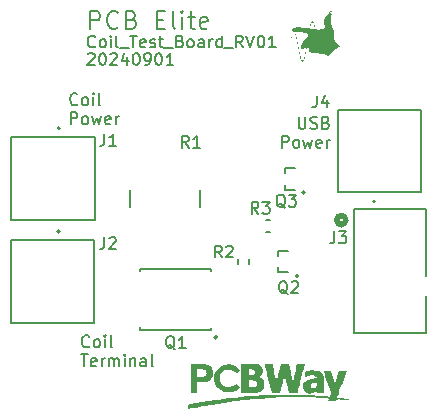
<source format=gbr>
%TF.GenerationSoftware,KiCad,Pcbnew,8.0.3*%
%TF.CreationDate,2024-09-01T12:25:55-04:00*%
%TF.ProjectId,Cradle_Rocker_Board_RV01,43726164-6c65-45f5-926f-636b65725f42,rev?*%
%TF.SameCoordinates,Original*%
%TF.FileFunction,Legend,Top*%
%TF.FilePolarity,Positive*%
%FSLAX46Y46*%
G04 Gerber Fmt 4.6, Leading zero omitted, Abs format (unit mm)*
G04 Created by KiCad (PCBNEW 8.0.3) date 2024-09-01 12:25:55*
%MOMM*%
%LPD*%
G01*
G04 APERTURE LIST*
%ADD10C,0.200000*%
%ADD11C,0.150000*%
%ADD12C,0.127000*%
%ADD13C,0.152400*%
%ADD14C,0.508000*%
%ADD15C,0.000000*%
G04 APERTURE END LIST*
D10*
X200488720Y-64306028D02*
X200488720Y-62806028D01*
X200488720Y-62806028D02*
X201060149Y-62806028D01*
X201060149Y-62806028D02*
X201203006Y-62877457D01*
X201203006Y-62877457D02*
X201274435Y-62948885D01*
X201274435Y-62948885D02*
X201345863Y-63091742D01*
X201345863Y-63091742D02*
X201345863Y-63306028D01*
X201345863Y-63306028D02*
X201274435Y-63448885D01*
X201274435Y-63448885D02*
X201203006Y-63520314D01*
X201203006Y-63520314D02*
X201060149Y-63591742D01*
X201060149Y-63591742D02*
X200488720Y-63591742D01*
X202845863Y-64163171D02*
X202774435Y-64234600D01*
X202774435Y-64234600D02*
X202560149Y-64306028D01*
X202560149Y-64306028D02*
X202417292Y-64306028D01*
X202417292Y-64306028D02*
X202203006Y-64234600D01*
X202203006Y-64234600D02*
X202060149Y-64091742D01*
X202060149Y-64091742D02*
X201988720Y-63948885D01*
X201988720Y-63948885D02*
X201917292Y-63663171D01*
X201917292Y-63663171D02*
X201917292Y-63448885D01*
X201917292Y-63448885D02*
X201988720Y-63163171D01*
X201988720Y-63163171D02*
X202060149Y-63020314D01*
X202060149Y-63020314D02*
X202203006Y-62877457D01*
X202203006Y-62877457D02*
X202417292Y-62806028D01*
X202417292Y-62806028D02*
X202560149Y-62806028D01*
X202560149Y-62806028D02*
X202774435Y-62877457D01*
X202774435Y-62877457D02*
X202845863Y-62948885D01*
X203988720Y-63520314D02*
X204203006Y-63591742D01*
X204203006Y-63591742D02*
X204274435Y-63663171D01*
X204274435Y-63663171D02*
X204345863Y-63806028D01*
X204345863Y-63806028D02*
X204345863Y-64020314D01*
X204345863Y-64020314D02*
X204274435Y-64163171D01*
X204274435Y-64163171D02*
X204203006Y-64234600D01*
X204203006Y-64234600D02*
X204060149Y-64306028D01*
X204060149Y-64306028D02*
X203488720Y-64306028D01*
X203488720Y-64306028D02*
X203488720Y-62806028D01*
X203488720Y-62806028D02*
X203988720Y-62806028D01*
X203988720Y-62806028D02*
X204131578Y-62877457D01*
X204131578Y-62877457D02*
X204203006Y-62948885D01*
X204203006Y-62948885D02*
X204274435Y-63091742D01*
X204274435Y-63091742D02*
X204274435Y-63234600D01*
X204274435Y-63234600D02*
X204203006Y-63377457D01*
X204203006Y-63377457D02*
X204131578Y-63448885D01*
X204131578Y-63448885D02*
X203988720Y-63520314D01*
X203988720Y-63520314D02*
X203488720Y-63520314D01*
X206131577Y-63520314D02*
X206631577Y-63520314D01*
X206845863Y-64306028D02*
X206131577Y-64306028D01*
X206131577Y-64306028D02*
X206131577Y-62806028D01*
X206131577Y-62806028D02*
X206845863Y-62806028D01*
X207703006Y-64306028D02*
X207560149Y-64234600D01*
X207560149Y-64234600D02*
X207488720Y-64091742D01*
X207488720Y-64091742D02*
X207488720Y-62806028D01*
X208274434Y-64306028D02*
X208274434Y-63306028D01*
X208274434Y-62806028D02*
X208203006Y-62877457D01*
X208203006Y-62877457D02*
X208274434Y-62948885D01*
X208274434Y-62948885D02*
X208345863Y-62877457D01*
X208345863Y-62877457D02*
X208274434Y-62806028D01*
X208274434Y-62806028D02*
X208274434Y-62948885D01*
X208774435Y-63306028D02*
X209345863Y-63306028D01*
X208988720Y-62806028D02*
X208988720Y-64091742D01*
X208988720Y-64091742D02*
X209060149Y-64234600D01*
X209060149Y-64234600D02*
X209203006Y-64306028D01*
X209203006Y-64306028D02*
X209345863Y-64306028D01*
X210417292Y-64234600D02*
X210274435Y-64306028D01*
X210274435Y-64306028D02*
X209988721Y-64306028D01*
X209988721Y-64306028D02*
X209845863Y-64234600D01*
X209845863Y-64234600D02*
X209774435Y-64091742D01*
X209774435Y-64091742D02*
X209774435Y-63520314D01*
X209774435Y-63520314D02*
X209845863Y-63377457D01*
X209845863Y-63377457D02*
X209988721Y-63306028D01*
X209988721Y-63306028D02*
X210274435Y-63306028D01*
X210274435Y-63306028D02*
X210417292Y-63377457D01*
X210417292Y-63377457D02*
X210488721Y-63520314D01*
X210488721Y-63520314D02*
X210488721Y-63663171D01*
X210488721Y-63663171D02*
X209774435Y-63806028D01*
D11*
X218139411Y-71759875D02*
X218139411Y-72569398D01*
X218139411Y-72569398D02*
X218187030Y-72664636D01*
X218187030Y-72664636D02*
X218234649Y-72712256D01*
X218234649Y-72712256D02*
X218329887Y-72759875D01*
X218329887Y-72759875D02*
X218520363Y-72759875D01*
X218520363Y-72759875D02*
X218615601Y-72712256D01*
X218615601Y-72712256D02*
X218663220Y-72664636D01*
X218663220Y-72664636D02*
X218710839Y-72569398D01*
X218710839Y-72569398D02*
X218710839Y-71759875D01*
X219139411Y-72712256D02*
X219282268Y-72759875D01*
X219282268Y-72759875D02*
X219520363Y-72759875D01*
X219520363Y-72759875D02*
X219615601Y-72712256D01*
X219615601Y-72712256D02*
X219663220Y-72664636D01*
X219663220Y-72664636D02*
X219710839Y-72569398D01*
X219710839Y-72569398D02*
X219710839Y-72474160D01*
X219710839Y-72474160D02*
X219663220Y-72378922D01*
X219663220Y-72378922D02*
X219615601Y-72331303D01*
X219615601Y-72331303D02*
X219520363Y-72283684D01*
X219520363Y-72283684D02*
X219329887Y-72236065D01*
X219329887Y-72236065D02*
X219234649Y-72188446D01*
X219234649Y-72188446D02*
X219187030Y-72140827D01*
X219187030Y-72140827D02*
X219139411Y-72045589D01*
X219139411Y-72045589D02*
X219139411Y-71950351D01*
X219139411Y-71950351D02*
X219187030Y-71855113D01*
X219187030Y-71855113D02*
X219234649Y-71807494D01*
X219234649Y-71807494D02*
X219329887Y-71759875D01*
X219329887Y-71759875D02*
X219567982Y-71759875D01*
X219567982Y-71759875D02*
X219710839Y-71807494D01*
X220472744Y-72236065D02*
X220615601Y-72283684D01*
X220615601Y-72283684D02*
X220663220Y-72331303D01*
X220663220Y-72331303D02*
X220710839Y-72426541D01*
X220710839Y-72426541D02*
X220710839Y-72569398D01*
X220710839Y-72569398D02*
X220663220Y-72664636D01*
X220663220Y-72664636D02*
X220615601Y-72712256D01*
X220615601Y-72712256D02*
X220520363Y-72759875D01*
X220520363Y-72759875D02*
X220139411Y-72759875D01*
X220139411Y-72759875D02*
X220139411Y-71759875D01*
X220139411Y-71759875D02*
X220472744Y-71759875D01*
X220472744Y-71759875D02*
X220567982Y-71807494D01*
X220567982Y-71807494D02*
X220615601Y-71855113D01*
X220615601Y-71855113D02*
X220663220Y-71950351D01*
X220663220Y-71950351D02*
X220663220Y-72045589D01*
X220663220Y-72045589D02*
X220615601Y-72140827D01*
X220615601Y-72140827D02*
X220567982Y-72188446D01*
X220567982Y-72188446D02*
X220472744Y-72236065D01*
X220472744Y-72236065D02*
X220139411Y-72236065D01*
X216710839Y-74369819D02*
X216710839Y-73369819D01*
X216710839Y-73369819D02*
X217091791Y-73369819D01*
X217091791Y-73369819D02*
X217187029Y-73417438D01*
X217187029Y-73417438D02*
X217234648Y-73465057D01*
X217234648Y-73465057D02*
X217282267Y-73560295D01*
X217282267Y-73560295D02*
X217282267Y-73703152D01*
X217282267Y-73703152D02*
X217234648Y-73798390D01*
X217234648Y-73798390D02*
X217187029Y-73846009D01*
X217187029Y-73846009D02*
X217091791Y-73893628D01*
X217091791Y-73893628D02*
X216710839Y-73893628D01*
X217853696Y-74369819D02*
X217758458Y-74322200D01*
X217758458Y-74322200D02*
X217710839Y-74274580D01*
X217710839Y-74274580D02*
X217663220Y-74179342D01*
X217663220Y-74179342D02*
X217663220Y-73893628D01*
X217663220Y-73893628D02*
X217710839Y-73798390D01*
X217710839Y-73798390D02*
X217758458Y-73750771D01*
X217758458Y-73750771D02*
X217853696Y-73703152D01*
X217853696Y-73703152D02*
X217996553Y-73703152D01*
X217996553Y-73703152D02*
X218091791Y-73750771D01*
X218091791Y-73750771D02*
X218139410Y-73798390D01*
X218139410Y-73798390D02*
X218187029Y-73893628D01*
X218187029Y-73893628D02*
X218187029Y-74179342D01*
X218187029Y-74179342D02*
X218139410Y-74274580D01*
X218139410Y-74274580D02*
X218091791Y-74322200D01*
X218091791Y-74322200D02*
X217996553Y-74369819D01*
X217996553Y-74369819D02*
X217853696Y-74369819D01*
X218520363Y-73703152D02*
X218710839Y-74369819D01*
X218710839Y-74369819D02*
X218901315Y-73893628D01*
X218901315Y-73893628D02*
X219091791Y-74369819D01*
X219091791Y-74369819D02*
X219282267Y-73703152D01*
X220044172Y-74322200D02*
X219948934Y-74369819D01*
X219948934Y-74369819D02*
X219758458Y-74369819D01*
X219758458Y-74369819D02*
X219663220Y-74322200D01*
X219663220Y-74322200D02*
X219615601Y-74226961D01*
X219615601Y-74226961D02*
X219615601Y-73846009D01*
X219615601Y-73846009D02*
X219663220Y-73750771D01*
X219663220Y-73750771D02*
X219758458Y-73703152D01*
X219758458Y-73703152D02*
X219948934Y-73703152D01*
X219948934Y-73703152D02*
X220044172Y-73750771D01*
X220044172Y-73750771D02*
X220091791Y-73846009D01*
X220091791Y-73846009D02*
X220091791Y-73941247D01*
X220091791Y-73941247D02*
X219615601Y-74036485D01*
X220520363Y-74369819D02*
X220520363Y-73703152D01*
X220520363Y-73893628D02*
X220567982Y-73798390D01*
X220567982Y-73798390D02*
X220615601Y-73750771D01*
X220615601Y-73750771D02*
X220710839Y-73703152D01*
X220710839Y-73703152D02*
X220806077Y-73703152D01*
X200289160Y-66465057D02*
X200336779Y-66417438D01*
X200336779Y-66417438D02*
X200432017Y-66369819D01*
X200432017Y-66369819D02*
X200670112Y-66369819D01*
X200670112Y-66369819D02*
X200765350Y-66417438D01*
X200765350Y-66417438D02*
X200812969Y-66465057D01*
X200812969Y-66465057D02*
X200860588Y-66560295D01*
X200860588Y-66560295D02*
X200860588Y-66655533D01*
X200860588Y-66655533D02*
X200812969Y-66798390D01*
X200812969Y-66798390D02*
X200241541Y-67369819D01*
X200241541Y-67369819D02*
X200860588Y-67369819D01*
X201479636Y-66369819D02*
X201574874Y-66369819D01*
X201574874Y-66369819D02*
X201670112Y-66417438D01*
X201670112Y-66417438D02*
X201717731Y-66465057D01*
X201717731Y-66465057D02*
X201765350Y-66560295D01*
X201765350Y-66560295D02*
X201812969Y-66750771D01*
X201812969Y-66750771D02*
X201812969Y-66988866D01*
X201812969Y-66988866D02*
X201765350Y-67179342D01*
X201765350Y-67179342D02*
X201717731Y-67274580D01*
X201717731Y-67274580D02*
X201670112Y-67322200D01*
X201670112Y-67322200D02*
X201574874Y-67369819D01*
X201574874Y-67369819D02*
X201479636Y-67369819D01*
X201479636Y-67369819D02*
X201384398Y-67322200D01*
X201384398Y-67322200D02*
X201336779Y-67274580D01*
X201336779Y-67274580D02*
X201289160Y-67179342D01*
X201289160Y-67179342D02*
X201241541Y-66988866D01*
X201241541Y-66988866D02*
X201241541Y-66750771D01*
X201241541Y-66750771D02*
X201289160Y-66560295D01*
X201289160Y-66560295D02*
X201336779Y-66465057D01*
X201336779Y-66465057D02*
X201384398Y-66417438D01*
X201384398Y-66417438D02*
X201479636Y-66369819D01*
X202193922Y-66465057D02*
X202241541Y-66417438D01*
X202241541Y-66417438D02*
X202336779Y-66369819D01*
X202336779Y-66369819D02*
X202574874Y-66369819D01*
X202574874Y-66369819D02*
X202670112Y-66417438D01*
X202670112Y-66417438D02*
X202717731Y-66465057D01*
X202717731Y-66465057D02*
X202765350Y-66560295D01*
X202765350Y-66560295D02*
X202765350Y-66655533D01*
X202765350Y-66655533D02*
X202717731Y-66798390D01*
X202717731Y-66798390D02*
X202146303Y-67369819D01*
X202146303Y-67369819D02*
X202765350Y-67369819D01*
X203622493Y-66703152D02*
X203622493Y-67369819D01*
X203384398Y-66322200D02*
X203146303Y-67036485D01*
X203146303Y-67036485D02*
X203765350Y-67036485D01*
X204336779Y-66369819D02*
X204432017Y-66369819D01*
X204432017Y-66369819D02*
X204527255Y-66417438D01*
X204527255Y-66417438D02*
X204574874Y-66465057D01*
X204574874Y-66465057D02*
X204622493Y-66560295D01*
X204622493Y-66560295D02*
X204670112Y-66750771D01*
X204670112Y-66750771D02*
X204670112Y-66988866D01*
X204670112Y-66988866D02*
X204622493Y-67179342D01*
X204622493Y-67179342D02*
X204574874Y-67274580D01*
X204574874Y-67274580D02*
X204527255Y-67322200D01*
X204527255Y-67322200D02*
X204432017Y-67369819D01*
X204432017Y-67369819D02*
X204336779Y-67369819D01*
X204336779Y-67369819D02*
X204241541Y-67322200D01*
X204241541Y-67322200D02*
X204193922Y-67274580D01*
X204193922Y-67274580D02*
X204146303Y-67179342D01*
X204146303Y-67179342D02*
X204098684Y-66988866D01*
X204098684Y-66988866D02*
X204098684Y-66750771D01*
X204098684Y-66750771D02*
X204146303Y-66560295D01*
X204146303Y-66560295D02*
X204193922Y-66465057D01*
X204193922Y-66465057D02*
X204241541Y-66417438D01*
X204241541Y-66417438D02*
X204336779Y-66369819D01*
X205146303Y-67369819D02*
X205336779Y-67369819D01*
X205336779Y-67369819D02*
X205432017Y-67322200D01*
X205432017Y-67322200D02*
X205479636Y-67274580D01*
X205479636Y-67274580D02*
X205574874Y-67131723D01*
X205574874Y-67131723D02*
X205622493Y-66941247D01*
X205622493Y-66941247D02*
X205622493Y-66560295D01*
X205622493Y-66560295D02*
X205574874Y-66465057D01*
X205574874Y-66465057D02*
X205527255Y-66417438D01*
X205527255Y-66417438D02*
X205432017Y-66369819D01*
X205432017Y-66369819D02*
X205241541Y-66369819D01*
X205241541Y-66369819D02*
X205146303Y-66417438D01*
X205146303Y-66417438D02*
X205098684Y-66465057D01*
X205098684Y-66465057D02*
X205051065Y-66560295D01*
X205051065Y-66560295D02*
X205051065Y-66798390D01*
X205051065Y-66798390D02*
X205098684Y-66893628D01*
X205098684Y-66893628D02*
X205146303Y-66941247D01*
X205146303Y-66941247D02*
X205241541Y-66988866D01*
X205241541Y-66988866D02*
X205432017Y-66988866D01*
X205432017Y-66988866D02*
X205527255Y-66941247D01*
X205527255Y-66941247D02*
X205574874Y-66893628D01*
X205574874Y-66893628D02*
X205622493Y-66798390D01*
X206241541Y-66369819D02*
X206336779Y-66369819D01*
X206336779Y-66369819D02*
X206432017Y-66417438D01*
X206432017Y-66417438D02*
X206479636Y-66465057D01*
X206479636Y-66465057D02*
X206527255Y-66560295D01*
X206527255Y-66560295D02*
X206574874Y-66750771D01*
X206574874Y-66750771D02*
X206574874Y-66988866D01*
X206574874Y-66988866D02*
X206527255Y-67179342D01*
X206527255Y-67179342D02*
X206479636Y-67274580D01*
X206479636Y-67274580D02*
X206432017Y-67322200D01*
X206432017Y-67322200D02*
X206336779Y-67369819D01*
X206336779Y-67369819D02*
X206241541Y-67369819D01*
X206241541Y-67369819D02*
X206146303Y-67322200D01*
X206146303Y-67322200D02*
X206098684Y-67274580D01*
X206098684Y-67274580D02*
X206051065Y-67179342D01*
X206051065Y-67179342D02*
X206003446Y-66988866D01*
X206003446Y-66988866D02*
X206003446Y-66750771D01*
X206003446Y-66750771D02*
X206051065Y-66560295D01*
X206051065Y-66560295D02*
X206098684Y-66465057D01*
X206098684Y-66465057D02*
X206146303Y-66417438D01*
X206146303Y-66417438D02*
X206241541Y-66369819D01*
X207527255Y-67369819D02*
X206955827Y-67369819D01*
X207241541Y-67369819D02*
X207241541Y-66369819D01*
X207241541Y-66369819D02*
X207146303Y-66512676D01*
X207146303Y-66512676D02*
X207051065Y-66607914D01*
X207051065Y-66607914D02*
X206955827Y-66655533D01*
X200908207Y-65774580D02*
X200860588Y-65822200D01*
X200860588Y-65822200D02*
X200717731Y-65869819D01*
X200717731Y-65869819D02*
X200622493Y-65869819D01*
X200622493Y-65869819D02*
X200479636Y-65822200D01*
X200479636Y-65822200D02*
X200384398Y-65726961D01*
X200384398Y-65726961D02*
X200336779Y-65631723D01*
X200336779Y-65631723D02*
X200289160Y-65441247D01*
X200289160Y-65441247D02*
X200289160Y-65298390D01*
X200289160Y-65298390D02*
X200336779Y-65107914D01*
X200336779Y-65107914D02*
X200384398Y-65012676D01*
X200384398Y-65012676D02*
X200479636Y-64917438D01*
X200479636Y-64917438D02*
X200622493Y-64869819D01*
X200622493Y-64869819D02*
X200717731Y-64869819D01*
X200717731Y-64869819D02*
X200860588Y-64917438D01*
X200860588Y-64917438D02*
X200908207Y-64965057D01*
X201479636Y-65869819D02*
X201384398Y-65822200D01*
X201384398Y-65822200D02*
X201336779Y-65774580D01*
X201336779Y-65774580D02*
X201289160Y-65679342D01*
X201289160Y-65679342D02*
X201289160Y-65393628D01*
X201289160Y-65393628D02*
X201336779Y-65298390D01*
X201336779Y-65298390D02*
X201384398Y-65250771D01*
X201384398Y-65250771D02*
X201479636Y-65203152D01*
X201479636Y-65203152D02*
X201622493Y-65203152D01*
X201622493Y-65203152D02*
X201717731Y-65250771D01*
X201717731Y-65250771D02*
X201765350Y-65298390D01*
X201765350Y-65298390D02*
X201812969Y-65393628D01*
X201812969Y-65393628D02*
X201812969Y-65679342D01*
X201812969Y-65679342D02*
X201765350Y-65774580D01*
X201765350Y-65774580D02*
X201717731Y-65822200D01*
X201717731Y-65822200D02*
X201622493Y-65869819D01*
X201622493Y-65869819D02*
X201479636Y-65869819D01*
X202241541Y-65869819D02*
X202241541Y-65203152D01*
X202241541Y-64869819D02*
X202193922Y-64917438D01*
X202193922Y-64917438D02*
X202241541Y-64965057D01*
X202241541Y-64965057D02*
X202289160Y-64917438D01*
X202289160Y-64917438D02*
X202241541Y-64869819D01*
X202241541Y-64869819D02*
X202241541Y-64965057D01*
X202860588Y-65869819D02*
X202765350Y-65822200D01*
X202765350Y-65822200D02*
X202717731Y-65726961D01*
X202717731Y-65726961D02*
X202717731Y-64869819D01*
X203003446Y-65965057D02*
X203765350Y-65965057D01*
X203860589Y-64869819D02*
X204432017Y-64869819D01*
X204146303Y-65869819D02*
X204146303Y-64869819D01*
X205146303Y-65822200D02*
X205051065Y-65869819D01*
X205051065Y-65869819D02*
X204860589Y-65869819D01*
X204860589Y-65869819D02*
X204765351Y-65822200D01*
X204765351Y-65822200D02*
X204717732Y-65726961D01*
X204717732Y-65726961D02*
X204717732Y-65346009D01*
X204717732Y-65346009D02*
X204765351Y-65250771D01*
X204765351Y-65250771D02*
X204860589Y-65203152D01*
X204860589Y-65203152D02*
X205051065Y-65203152D01*
X205051065Y-65203152D02*
X205146303Y-65250771D01*
X205146303Y-65250771D02*
X205193922Y-65346009D01*
X205193922Y-65346009D02*
X205193922Y-65441247D01*
X205193922Y-65441247D02*
X204717732Y-65536485D01*
X205574875Y-65822200D02*
X205670113Y-65869819D01*
X205670113Y-65869819D02*
X205860589Y-65869819D01*
X205860589Y-65869819D02*
X205955827Y-65822200D01*
X205955827Y-65822200D02*
X206003446Y-65726961D01*
X206003446Y-65726961D02*
X206003446Y-65679342D01*
X206003446Y-65679342D02*
X205955827Y-65584104D01*
X205955827Y-65584104D02*
X205860589Y-65536485D01*
X205860589Y-65536485D02*
X205717732Y-65536485D01*
X205717732Y-65536485D02*
X205622494Y-65488866D01*
X205622494Y-65488866D02*
X205574875Y-65393628D01*
X205574875Y-65393628D02*
X205574875Y-65346009D01*
X205574875Y-65346009D02*
X205622494Y-65250771D01*
X205622494Y-65250771D02*
X205717732Y-65203152D01*
X205717732Y-65203152D02*
X205860589Y-65203152D01*
X205860589Y-65203152D02*
X205955827Y-65250771D01*
X206289161Y-65203152D02*
X206670113Y-65203152D01*
X206432018Y-64869819D02*
X206432018Y-65726961D01*
X206432018Y-65726961D02*
X206479637Y-65822200D01*
X206479637Y-65822200D02*
X206574875Y-65869819D01*
X206574875Y-65869819D02*
X206670113Y-65869819D01*
X206765352Y-65965057D02*
X207527256Y-65965057D01*
X208098685Y-65346009D02*
X208241542Y-65393628D01*
X208241542Y-65393628D02*
X208289161Y-65441247D01*
X208289161Y-65441247D02*
X208336780Y-65536485D01*
X208336780Y-65536485D02*
X208336780Y-65679342D01*
X208336780Y-65679342D02*
X208289161Y-65774580D01*
X208289161Y-65774580D02*
X208241542Y-65822200D01*
X208241542Y-65822200D02*
X208146304Y-65869819D01*
X208146304Y-65869819D02*
X207765352Y-65869819D01*
X207765352Y-65869819D02*
X207765352Y-64869819D01*
X207765352Y-64869819D02*
X208098685Y-64869819D01*
X208098685Y-64869819D02*
X208193923Y-64917438D01*
X208193923Y-64917438D02*
X208241542Y-64965057D01*
X208241542Y-64965057D02*
X208289161Y-65060295D01*
X208289161Y-65060295D02*
X208289161Y-65155533D01*
X208289161Y-65155533D02*
X208241542Y-65250771D01*
X208241542Y-65250771D02*
X208193923Y-65298390D01*
X208193923Y-65298390D02*
X208098685Y-65346009D01*
X208098685Y-65346009D02*
X207765352Y-65346009D01*
X208908209Y-65869819D02*
X208812971Y-65822200D01*
X208812971Y-65822200D02*
X208765352Y-65774580D01*
X208765352Y-65774580D02*
X208717733Y-65679342D01*
X208717733Y-65679342D02*
X208717733Y-65393628D01*
X208717733Y-65393628D02*
X208765352Y-65298390D01*
X208765352Y-65298390D02*
X208812971Y-65250771D01*
X208812971Y-65250771D02*
X208908209Y-65203152D01*
X208908209Y-65203152D02*
X209051066Y-65203152D01*
X209051066Y-65203152D02*
X209146304Y-65250771D01*
X209146304Y-65250771D02*
X209193923Y-65298390D01*
X209193923Y-65298390D02*
X209241542Y-65393628D01*
X209241542Y-65393628D02*
X209241542Y-65679342D01*
X209241542Y-65679342D02*
X209193923Y-65774580D01*
X209193923Y-65774580D02*
X209146304Y-65822200D01*
X209146304Y-65822200D02*
X209051066Y-65869819D01*
X209051066Y-65869819D02*
X208908209Y-65869819D01*
X210098685Y-65869819D02*
X210098685Y-65346009D01*
X210098685Y-65346009D02*
X210051066Y-65250771D01*
X210051066Y-65250771D02*
X209955828Y-65203152D01*
X209955828Y-65203152D02*
X209765352Y-65203152D01*
X209765352Y-65203152D02*
X209670114Y-65250771D01*
X210098685Y-65822200D02*
X210003447Y-65869819D01*
X210003447Y-65869819D02*
X209765352Y-65869819D01*
X209765352Y-65869819D02*
X209670114Y-65822200D01*
X209670114Y-65822200D02*
X209622495Y-65726961D01*
X209622495Y-65726961D02*
X209622495Y-65631723D01*
X209622495Y-65631723D02*
X209670114Y-65536485D01*
X209670114Y-65536485D02*
X209765352Y-65488866D01*
X209765352Y-65488866D02*
X210003447Y-65488866D01*
X210003447Y-65488866D02*
X210098685Y-65441247D01*
X210574876Y-65869819D02*
X210574876Y-65203152D01*
X210574876Y-65393628D02*
X210622495Y-65298390D01*
X210622495Y-65298390D02*
X210670114Y-65250771D01*
X210670114Y-65250771D02*
X210765352Y-65203152D01*
X210765352Y-65203152D02*
X210860590Y-65203152D01*
X211622495Y-65869819D02*
X211622495Y-64869819D01*
X211622495Y-65822200D02*
X211527257Y-65869819D01*
X211527257Y-65869819D02*
X211336781Y-65869819D01*
X211336781Y-65869819D02*
X211241543Y-65822200D01*
X211241543Y-65822200D02*
X211193924Y-65774580D01*
X211193924Y-65774580D02*
X211146305Y-65679342D01*
X211146305Y-65679342D02*
X211146305Y-65393628D01*
X211146305Y-65393628D02*
X211193924Y-65298390D01*
X211193924Y-65298390D02*
X211241543Y-65250771D01*
X211241543Y-65250771D02*
X211336781Y-65203152D01*
X211336781Y-65203152D02*
X211527257Y-65203152D01*
X211527257Y-65203152D02*
X211622495Y-65250771D01*
X211860591Y-65965057D02*
X212622495Y-65965057D01*
X213432019Y-65869819D02*
X213098686Y-65393628D01*
X212860591Y-65869819D02*
X212860591Y-64869819D01*
X212860591Y-64869819D02*
X213241543Y-64869819D01*
X213241543Y-64869819D02*
X213336781Y-64917438D01*
X213336781Y-64917438D02*
X213384400Y-64965057D01*
X213384400Y-64965057D02*
X213432019Y-65060295D01*
X213432019Y-65060295D02*
X213432019Y-65203152D01*
X213432019Y-65203152D02*
X213384400Y-65298390D01*
X213384400Y-65298390D02*
X213336781Y-65346009D01*
X213336781Y-65346009D02*
X213241543Y-65393628D01*
X213241543Y-65393628D02*
X212860591Y-65393628D01*
X213717734Y-64869819D02*
X214051067Y-65869819D01*
X214051067Y-65869819D02*
X214384400Y-64869819D01*
X214908210Y-64869819D02*
X215003448Y-64869819D01*
X215003448Y-64869819D02*
X215098686Y-64917438D01*
X215098686Y-64917438D02*
X215146305Y-64965057D01*
X215146305Y-64965057D02*
X215193924Y-65060295D01*
X215193924Y-65060295D02*
X215241543Y-65250771D01*
X215241543Y-65250771D02*
X215241543Y-65488866D01*
X215241543Y-65488866D02*
X215193924Y-65679342D01*
X215193924Y-65679342D02*
X215146305Y-65774580D01*
X215146305Y-65774580D02*
X215098686Y-65822200D01*
X215098686Y-65822200D02*
X215003448Y-65869819D01*
X215003448Y-65869819D02*
X214908210Y-65869819D01*
X214908210Y-65869819D02*
X214812972Y-65822200D01*
X214812972Y-65822200D02*
X214765353Y-65774580D01*
X214765353Y-65774580D02*
X214717734Y-65679342D01*
X214717734Y-65679342D02*
X214670115Y-65488866D01*
X214670115Y-65488866D02*
X214670115Y-65250771D01*
X214670115Y-65250771D02*
X214717734Y-65060295D01*
X214717734Y-65060295D02*
X214765353Y-64965057D01*
X214765353Y-64965057D02*
X214812972Y-64917438D01*
X214812972Y-64917438D02*
X214908210Y-64869819D01*
X216193924Y-65869819D02*
X215622496Y-65869819D01*
X215908210Y-65869819D02*
X215908210Y-64869819D01*
X215908210Y-64869819D02*
X215812972Y-65012676D01*
X215812972Y-65012676D02*
X215717734Y-65107914D01*
X215717734Y-65107914D02*
X215622496Y-65155533D01*
X199408207Y-70664636D02*
X199360588Y-70712256D01*
X199360588Y-70712256D02*
X199217731Y-70759875D01*
X199217731Y-70759875D02*
X199122493Y-70759875D01*
X199122493Y-70759875D02*
X198979636Y-70712256D01*
X198979636Y-70712256D02*
X198884398Y-70617017D01*
X198884398Y-70617017D02*
X198836779Y-70521779D01*
X198836779Y-70521779D02*
X198789160Y-70331303D01*
X198789160Y-70331303D02*
X198789160Y-70188446D01*
X198789160Y-70188446D02*
X198836779Y-69997970D01*
X198836779Y-69997970D02*
X198884398Y-69902732D01*
X198884398Y-69902732D02*
X198979636Y-69807494D01*
X198979636Y-69807494D02*
X199122493Y-69759875D01*
X199122493Y-69759875D02*
X199217731Y-69759875D01*
X199217731Y-69759875D02*
X199360588Y-69807494D01*
X199360588Y-69807494D02*
X199408207Y-69855113D01*
X199979636Y-70759875D02*
X199884398Y-70712256D01*
X199884398Y-70712256D02*
X199836779Y-70664636D01*
X199836779Y-70664636D02*
X199789160Y-70569398D01*
X199789160Y-70569398D02*
X199789160Y-70283684D01*
X199789160Y-70283684D02*
X199836779Y-70188446D01*
X199836779Y-70188446D02*
X199884398Y-70140827D01*
X199884398Y-70140827D02*
X199979636Y-70093208D01*
X199979636Y-70093208D02*
X200122493Y-70093208D01*
X200122493Y-70093208D02*
X200217731Y-70140827D01*
X200217731Y-70140827D02*
X200265350Y-70188446D01*
X200265350Y-70188446D02*
X200312969Y-70283684D01*
X200312969Y-70283684D02*
X200312969Y-70569398D01*
X200312969Y-70569398D02*
X200265350Y-70664636D01*
X200265350Y-70664636D02*
X200217731Y-70712256D01*
X200217731Y-70712256D02*
X200122493Y-70759875D01*
X200122493Y-70759875D02*
X199979636Y-70759875D01*
X200741541Y-70759875D02*
X200741541Y-70093208D01*
X200741541Y-69759875D02*
X200693922Y-69807494D01*
X200693922Y-69807494D02*
X200741541Y-69855113D01*
X200741541Y-69855113D02*
X200789160Y-69807494D01*
X200789160Y-69807494D02*
X200741541Y-69759875D01*
X200741541Y-69759875D02*
X200741541Y-69855113D01*
X201360588Y-70759875D02*
X201265350Y-70712256D01*
X201265350Y-70712256D02*
X201217731Y-70617017D01*
X201217731Y-70617017D02*
X201217731Y-69759875D01*
X198836779Y-72369819D02*
X198836779Y-71369819D01*
X198836779Y-71369819D02*
X199217731Y-71369819D01*
X199217731Y-71369819D02*
X199312969Y-71417438D01*
X199312969Y-71417438D02*
X199360588Y-71465057D01*
X199360588Y-71465057D02*
X199408207Y-71560295D01*
X199408207Y-71560295D02*
X199408207Y-71703152D01*
X199408207Y-71703152D02*
X199360588Y-71798390D01*
X199360588Y-71798390D02*
X199312969Y-71846009D01*
X199312969Y-71846009D02*
X199217731Y-71893628D01*
X199217731Y-71893628D02*
X198836779Y-71893628D01*
X199979636Y-72369819D02*
X199884398Y-72322200D01*
X199884398Y-72322200D02*
X199836779Y-72274580D01*
X199836779Y-72274580D02*
X199789160Y-72179342D01*
X199789160Y-72179342D02*
X199789160Y-71893628D01*
X199789160Y-71893628D02*
X199836779Y-71798390D01*
X199836779Y-71798390D02*
X199884398Y-71750771D01*
X199884398Y-71750771D02*
X199979636Y-71703152D01*
X199979636Y-71703152D02*
X200122493Y-71703152D01*
X200122493Y-71703152D02*
X200217731Y-71750771D01*
X200217731Y-71750771D02*
X200265350Y-71798390D01*
X200265350Y-71798390D02*
X200312969Y-71893628D01*
X200312969Y-71893628D02*
X200312969Y-72179342D01*
X200312969Y-72179342D02*
X200265350Y-72274580D01*
X200265350Y-72274580D02*
X200217731Y-72322200D01*
X200217731Y-72322200D02*
X200122493Y-72369819D01*
X200122493Y-72369819D02*
X199979636Y-72369819D01*
X200646303Y-71703152D02*
X200836779Y-72369819D01*
X200836779Y-72369819D02*
X201027255Y-71893628D01*
X201027255Y-71893628D02*
X201217731Y-72369819D01*
X201217731Y-72369819D02*
X201408207Y-71703152D01*
X202170112Y-72322200D02*
X202074874Y-72369819D01*
X202074874Y-72369819D02*
X201884398Y-72369819D01*
X201884398Y-72369819D02*
X201789160Y-72322200D01*
X201789160Y-72322200D02*
X201741541Y-72226961D01*
X201741541Y-72226961D02*
X201741541Y-71846009D01*
X201741541Y-71846009D02*
X201789160Y-71750771D01*
X201789160Y-71750771D02*
X201884398Y-71703152D01*
X201884398Y-71703152D02*
X202074874Y-71703152D01*
X202074874Y-71703152D02*
X202170112Y-71750771D01*
X202170112Y-71750771D02*
X202217731Y-71846009D01*
X202217731Y-71846009D02*
X202217731Y-71941247D01*
X202217731Y-71941247D02*
X201741541Y-72036485D01*
X202646303Y-72369819D02*
X202646303Y-71703152D01*
X202646303Y-71893628D02*
X202693922Y-71798390D01*
X202693922Y-71798390D02*
X202741541Y-71750771D01*
X202741541Y-71750771D02*
X202836779Y-71703152D01*
X202836779Y-71703152D02*
X202932017Y-71703152D01*
X200408207Y-91164636D02*
X200360588Y-91212256D01*
X200360588Y-91212256D02*
X200217731Y-91259875D01*
X200217731Y-91259875D02*
X200122493Y-91259875D01*
X200122493Y-91259875D02*
X199979636Y-91212256D01*
X199979636Y-91212256D02*
X199884398Y-91117017D01*
X199884398Y-91117017D02*
X199836779Y-91021779D01*
X199836779Y-91021779D02*
X199789160Y-90831303D01*
X199789160Y-90831303D02*
X199789160Y-90688446D01*
X199789160Y-90688446D02*
X199836779Y-90497970D01*
X199836779Y-90497970D02*
X199884398Y-90402732D01*
X199884398Y-90402732D02*
X199979636Y-90307494D01*
X199979636Y-90307494D02*
X200122493Y-90259875D01*
X200122493Y-90259875D02*
X200217731Y-90259875D01*
X200217731Y-90259875D02*
X200360588Y-90307494D01*
X200360588Y-90307494D02*
X200408207Y-90355113D01*
X200979636Y-91259875D02*
X200884398Y-91212256D01*
X200884398Y-91212256D02*
X200836779Y-91164636D01*
X200836779Y-91164636D02*
X200789160Y-91069398D01*
X200789160Y-91069398D02*
X200789160Y-90783684D01*
X200789160Y-90783684D02*
X200836779Y-90688446D01*
X200836779Y-90688446D02*
X200884398Y-90640827D01*
X200884398Y-90640827D02*
X200979636Y-90593208D01*
X200979636Y-90593208D02*
X201122493Y-90593208D01*
X201122493Y-90593208D02*
X201217731Y-90640827D01*
X201217731Y-90640827D02*
X201265350Y-90688446D01*
X201265350Y-90688446D02*
X201312969Y-90783684D01*
X201312969Y-90783684D02*
X201312969Y-91069398D01*
X201312969Y-91069398D02*
X201265350Y-91164636D01*
X201265350Y-91164636D02*
X201217731Y-91212256D01*
X201217731Y-91212256D02*
X201122493Y-91259875D01*
X201122493Y-91259875D02*
X200979636Y-91259875D01*
X201741541Y-91259875D02*
X201741541Y-90593208D01*
X201741541Y-90259875D02*
X201693922Y-90307494D01*
X201693922Y-90307494D02*
X201741541Y-90355113D01*
X201741541Y-90355113D02*
X201789160Y-90307494D01*
X201789160Y-90307494D02*
X201741541Y-90259875D01*
X201741541Y-90259875D02*
X201741541Y-90355113D01*
X202360588Y-91259875D02*
X202265350Y-91212256D01*
X202265350Y-91212256D02*
X202217731Y-91117017D01*
X202217731Y-91117017D02*
X202217731Y-90259875D01*
X199693922Y-91869819D02*
X200265350Y-91869819D01*
X199979636Y-92869819D02*
X199979636Y-91869819D01*
X200979636Y-92822200D02*
X200884398Y-92869819D01*
X200884398Y-92869819D02*
X200693922Y-92869819D01*
X200693922Y-92869819D02*
X200598684Y-92822200D01*
X200598684Y-92822200D02*
X200551065Y-92726961D01*
X200551065Y-92726961D02*
X200551065Y-92346009D01*
X200551065Y-92346009D02*
X200598684Y-92250771D01*
X200598684Y-92250771D02*
X200693922Y-92203152D01*
X200693922Y-92203152D02*
X200884398Y-92203152D01*
X200884398Y-92203152D02*
X200979636Y-92250771D01*
X200979636Y-92250771D02*
X201027255Y-92346009D01*
X201027255Y-92346009D02*
X201027255Y-92441247D01*
X201027255Y-92441247D02*
X200551065Y-92536485D01*
X201455827Y-92869819D02*
X201455827Y-92203152D01*
X201455827Y-92393628D02*
X201503446Y-92298390D01*
X201503446Y-92298390D02*
X201551065Y-92250771D01*
X201551065Y-92250771D02*
X201646303Y-92203152D01*
X201646303Y-92203152D02*
X201741541Y-92203152D01*
X202074875Y-92869819D02*
X202074875Y-92203152D01*
X202074875Y-92298390D02*
X202122494Y-92250771D01*
X202122494Y-92250771D02*
X202217732Y-92203152D01*
X202217732Y-92203152D02*
X202360589Y-92203152D01*
X202360589Y-92203152D02*
X202455827Y-92250771D01*
X202455827Y-92250771D02*
X202503446Y-92346009D01*
X202503446Y-92346009D02*
X202503446Y-92869819D01*
X202503446Y-92346009D02*
X202551065Y-92250771D01*
X202551065Y-92250771D02*
X202646303Y-92203152D01*
X202646303Y-92203152D02*
X202789160Y-92203152D01*
X202789160Y-92203152D02*
X202884399Y-92250771D01*
X202884399Y-92250771D02*
X202932018Y-92346009D01*
X202932018Y-92346009D02*
X202932018Y-92869819D01*
X203408208Y-92869819D02*
X203408208Y-92203152D01*
X203408208Y-91869819D02*
X203360589Y-91917438D01*
X203360589Y-91917438D02*
X203408208Y-91965057D01*
X203408208Y-91965057D02*
X203455827Y-91917438D01*
X203455827Y-91917438D02*
X203408208Y-91869819D01*
X203408208Y-91869819D02*
X203408208Y-91965057D01*
X203884398Y-92203152D02*
X203884398Y-92869819D01*
X203884398Y-92298390D02*
X203932017Y-92250771D01*
X203932017Y-92250771D02*
X204027255Y-92203152D01*
X204027255Y-92203152D02*
X204170112Y-92203152D01*
X204170112Y-92203152D02*
X204265350Y-92250771D01*
X204265350Y-92250771D02*
X204312969Y-92346009D01*
X204312969Y-92346009D02*
X204312969Y-92869819D01*
X205217731Y-92869819D02*
X205217731Y-92346009D01*
X205217731Y-92346009D02*
X205170112Y-92250771D01*
X205170112Y-92250771D02*
X205074874Y-92203152D01*
X205074874Y-92203152D02*
X204884398Y-92203152D01*
X204884398Y-92203152D02*
X204789160Y-92250771D01*
X205217731Y-92822200D02*
X205122493Y-92869819D01*
X205122493Y-92869819D02*
X204884398Y-92869819D01*
X204884398Y-92869819D02*
X204789160Y-92822200D01*
X204789160Y-92822200D02*
X204741541Y-92726961D01*
X204741541Y-92726961D02*
X204741541Y-92631723D01*
X204741541Y-92631723D02*
X204789160Y-92536485D01*
X204789160Y-92536485D02*
X204884398Y-92488866D01*
X204884398Y-92488866D02*
X205122493Y-92488866D01*
X205122493Y-92488866D02*
X205217731Y-92441247D01*
X205836779Y-92869819D02*
X205741541Y-92822200D01*
X205741541Y-92822200D02*
X205693922Y-92726961D01*
X205693922Y-92726961D02*
X205693922Y-91869819D01*
X207654401Y-91426650D02*
X207558672Y-91378786D01*
X207558672Y-91378786D02*
X207462944Y-91283058D01*
X207462944Y-91283058D02*
X207319351Y-91139465D01*
X207319351Y-91139465D02*
X207223622Y-91091600D01*
X207223622Y-91091600D02*
X207127894Y-91091600D01*
X207175758Y-91330922D02*
X207080030Y-91283058D01*
X207080030Y-91283058D02*
X206984301Y-91187329D01*
X206984301Y-91187329D02*
X206936437Y-90995872D01*
X206936437Y-90995872D02*
X206936437Y-90660822D01*
X206936437Y-90660822D02*
X206984301Y-90469365D01*
X206984301Y-90469365D02*
X207080030Y-90373636D01*
X207080030Y-90373636D02*
X207175758Y-90325772D01*
X207175758Y-90325772D02*
X207367215Y-90325772D01*
X207367215Y-90325772D02*
X207462944Y-90373636D01*
X207462944Y-90373636D02*
X207558672Y-90469365D01*
X207558672Y-90469365D02*
X207606537Y-90660822D01*
X207606537Y-90660822D02*
X207606537Y-90995872D01*
X207606537Y-90995872D02*
X207558672Y-91187329D01*
X207558672Y-91187329D02*
X207462944Y-91283058D01*
X207462944Y-91283058D02*
X207367215Y-91330922D01*
X207367215Y-91330922D02*
X207175758Y-91330922D01*
X208563822Y-91330922D02*
X207989451Y-91330922D01*
X208276636Y-91330922D02*
X208276636Y-90325772D01*
X208276636Y-90325772D02*
X208180908Y-90469365D01*
X208180908Y-90469365D02*
X208085179Y-90565093D01*
X208085179Y-90565093D02*
X207989451Y-90612958D01*
X217004761Y-79450057D02*
X216909523Y-79402438D01*
X216909523Y-79402438D02*
X216814285Y-79307200D01*
X216814285Y-79307200D02*
X216671428Y-79164342D01*
X216671428Y-79164342D02*
X216576190Y-79116723D01*
X216576190Y-79116723D02*
X216480952Y-79116723D01*
X216528571Y-79354819D02*
X216433333Y-79307200D01*
X216433333Y-79307200D02*
X216338095Y-79211961D01*
X216338095Y-79211961D02*
X216290476Y-79021485D01*
X216290476Y-79021485D02*
X216290476Y-78688152D01*
X216290476Y-78688152D02*
X216338095Y-78497676D01*
X216338095Y-78497676D02*
X216433333Y-78402438D01*
X216433333Y-78402438D02*
X216528571Y-78354819D01*
X216528571Y-78354819D02*
X216719047Y-78354819D01*
X216719047Y-78354819D02*
X216814285Y-78402438D01*
X216814285Y-78402438D02*
X216909523Y-78497676D01*
X216909523Y-78497676D02*
X216957142Y-78688152D01*
X216957142Y-78688152D02*
X216957142Y-79021485D01*
X216957142Y-79021485D02*
X216909523Y-79211961D01*
X216909523Y-79211961D02*
X216814285Y-79307200D01*
X216814285Y-79307200D02*
X216719047Y-79354819D01*
X216719047Y-79354819D02*
X216528571Y-79354819D01*
X217290476Y-78354819D02*
X217909523Y-78354819D01*
X217909523Y-78354819D02*
X217576190Y-78735771D01*
X217576190Y-78735771D02*
X217719047Y-78735771D01*
X217719047Y-78735771D02*
X217814285Y-78783390D01*
X217814285Y-78783390D02*
X217861904Y-78831009D01*
X217861904Y-78831009D02*
X217909523Y-78926247D01*
X217909523Y-78926247D02*
X217909523Y-79164342D01*
X217909523Y-79164342D02*
X217861904Y-79259580D01*
X217861904Y-79259580D02*
X217814285Y-79307200D01*
X217814285Y-79307200D02*
X217719047Y-79354819D01*
X217719047Y-79354819D02*
X217433333Y-79354819D01*
X217433333Y-79354819D02*
X217338095Y-79307200D01*
X217338095Y-79307200D02*
X217290476Y-79259580D01*
X214733333Y-79954819D02*
X214400000Y-79478628D01*
X214161905Y-79954819D02*
X214161905Y-78954819D01*
X214161905Y-78954819D02*
X214542857Y-78954819D01*
X214542857Y-78954819D02*
X214638095Y-79002438D01*
X214638095Y-79002438D02*
X214685714Y-79050057D01*
X214685714Y-79050057D02*
X214733333Y-79145295D01*
X214733333Y-79145295D02*
X214733333Y-79288152D01*
X214733333Y-79288152D02*
X214685714Y-79383390D01*
X214685714Y-79383390D02*
X214638095Y-79431009D01*
X214638095Y-79431009D02*
X214542857Y-79478628D01*
X214542857Y-79478628D02*
X214161905Y-79478628D01*
X215066667Y-78954819D02*
X215685714Y-78954819D01*
X215685714Y-78954819D02*
X215352381Y-79335771D01*
X215352381Y-79335771D02*
X215495238Y-79335771D01*
X215495238Y-79335771D02*
X215590476Y-79383390D01*
X215590476Y-79383390D02*
X215638095Y-79431009D01*
X215638095Y-79431009D02*
X215685714Y-79526247D01*
X215685714Y-79526247D02*
X215685714Y-79764342D01*
X215685714Y-79764342D02*
X215638095Y-79859580D01*
X215638095Y-79859580D02*
X215590476Y-79907200D01*
X215590476Y-79907200D02*
X215495238Y-79954819D01*
X215495238Y-79954819D02*
X215209524Y-79954819D01*
X215209524Y-79954819D02*
X215114286Y-79907200D01*
X215114286Y-79907200D02*
X215066667Y-79859580D01*
X221166666Y-81454819D02*
X221166666Y-82169104D01*
X221166666Y-82169104D02*
X221119047Y-82311961D01*
X221119047Y-82311961D02*
X221023809Y-82407200D01*
X221023809Y-82407200D02*
X220880952Y-82454819D01*
X220880952Y-82454819D02*
X220785714Y-82454819D01*
X221547619Y-81454819D02*
X222166666Y-81454819D01*
X222166666Y-81454819D02*
X221833333Y-81835771D01*
X221833333Y-81835771D02*
X221976190Y-81835771D01*
X221976190Y-81835771D02*
X222071428Y-81883390D01*
X222071428Y-81883390D02*
X222119047Y-81931009D01*
X222119047Y-81931009D02*
X222166666Y-82026247D01*
X222166666Y-82026247D02*
X222166666Y-82264342D01*
X222166666Y-82264342D02*
X222119047Y-82359580D01*
X222119047Y-82359580D02*
X222071428Y-82407200D01*
X222071428Y-82407200D02*
X221976190Y-82454819D01*
X221976190Y-82454819D02*
X221690476Y-82454819D01*
X221690476Y-82454819D02*
X221595238Y-82407200D01*
X221595238Y-82407200D02*
X221547619Y-82359580D01*
X201666666Y-81954819D02*
X201666666Y-82669104D01*
X201666666Y-82669104D02*
X201619047Y-82811961D01*
X201619047Y-82811961D02*
X201523809Y-82907200D01*
X201523809Y-82907200D02*
X201380952Y-82954819D01*
X201380952Y-82954819D02*
X201285714Y-82954819D01*
X202095238Y-82050057D02*
X202142857Y-82002438D01*
X202142857Y-82002438D02*
X202238095Y-81954819D01*
X202238095Y-81954819D02*
X202476190Y-81954819D01*
X202476190Y-81954819D02*
X202571428Y-82002438D01*
X202571428Y-82002438D02*
X202619047Y-82050057D01*
X202619047Y-82050057D02*
X202666666Y-82145295D01*
X202666666Y-82145295D02*
X202666666Y-82240533D01*
X202666666Y-82240533D02*
X202619047Y-82383390D01*
X202619047Y-82383390D02*
X202047619Y-82954819D01*
X202047619Y-82954819D02*
X202666666Y-82954819D01*
X211633333Y-83654819D02*
X211300000Y-83178628D01*
X211061905Y-83654819D02*
X211061905Y-82654819D01*
X211061905Y-82654819D02*
X211442857Y-82654819D01*
X211442857Y-82654819D02*
X211538095Y-82702438D01*
X211538095Y-82702438D02*
X211585714Y-82750057D01*
X211585714Y-82750057D02*
X211633333Y-82845295D01*
X211633333Y-82845295D02*
X211633333Y-82988152D01*
X211633333Y-82988152D02*
X211585714Y-83083390D01*
X211585714Y-83083390D02*
X211538095Y-83131009D01*
X211538095Y-83131009D02*
X211442857Y-83178628D01*
X211442857Y-83178628D02*
X211061905Y-83178628D01*
X212014286Y-82750057D02*
X212061905Y-82702438D01*
X212061905Y-82702438D02*
X212157143Y-82654819D01*
X212157143Y-82654819D02*
X212395238Y-82654819D01*
X212395238Y-82654819D02*
X212490476Y-82702438D01*
X212490476Y-82702438D02*
X212538095Y-82750057D01*
X212538095Y-82750057D02*
X212585714Y-82845295D01*
X212585714Y-82845295D02*
X212585714Y-82940533D01*
X212585714Y-82940533D02*
X212538095Y-83083390D01*
X212538095Y-83083390D02*
X211966667Y-83654819D01*
X211966667Y-83654819D02*
X212585714Y-83654819D01*
X217204761Y-86750057D02*
X217109523Y-86702438D01*
X217109523Y-86702438D02*
X217014285Y-86607200D01*
X217014285Y-86607200D02*
X216871428Y-86464342D01*
X216871428Y-86464342D02*
X216776190Y-86416723D01*
X216776190Y-86416723D02*
X216680952Y-86416723D01*
X216728571Y-86654819D02*
X216633333Y-86607200D01*
X216633333Y-86607200D02*
X216538095Y-86511961D01*
X216538095Y-86511961D02*
X216490476Y-86321485D01*
X216490476Y-86321485D02*
X216490476Y-85988152D01*
X216490476Y-85988152D02*
X216538095Y-85797676D01*
X216538095Y-85797676D02*
X216633333Y-85702438D01*
X216633333Y-85702438D02*
X216728571Y-85654819D01*
X216728571Y-85654819D02*
X216919047Y-85654819D01*
X216919047Y-85654819D02*
X217014285Y-85702438D01*
X217014285Y-85702438D02*
X217109523Y-85797676D01*
X217109523Y-85797676D02*
X217157142Y-85988152D01*
X217157142Y-85988152D02*
X217157142Y-86321485D01*
X217157142Y-86321485D02*
X217109523Y-86511961D01*
X217109523Y-86511961D02*
X217014285Y-86607200D01*
X217014285Y-86607200D02*
X216919047Y-86654819D01*
X216919047Y-86654819D02*
X216728571Y-86654819D01*
X217538095Y-85750057D02*
X217585714Y-85702438D01*
X217585714Y-85702438D02*
X217680952Y-85654819D01*
X217680952Y-85654819D02*
X217919047Y-85654819D01*
X217919047Y-85654819D02*
X218014285Y-85702438D01*
X218014285Y-85702438D02*
X218061904Y-85750057D01*
X218061904Y-85750057D02*
X218109523Y-85845295D01*
X218109523Y-85845295D02*
X218109523Y-85940533D01*
X218109523Y-85940533D02*
X218061904Y-86083390D01*
X218061904Y-86083390D02*
X217490476Y-86654819D01*
X217490476Y-86654819D02*
X218109523Y-86654819D01*
X201691666Y-73209702D02*
X201691666Y-73923987D01*
X201691666Y-73923987D02*
X201644047Y-74066844D01*
X201644047Y-74066844D02*
X201548809Y-74162083D01*
X201548809Y-74162083D02*
X201405952Y-74209702D01*
X201405952Y-74209702D02*
X201310714Y-74209702D01*
X202691666Y-74209702D02*
X202120238Y-74209702D01*
X202405952Y-74209702D02*
X202405952Y-73209702D01*
X202405952Y-73209702D02*
X202310714Y-73352559D01*
X202310714Y-73352559D02*
X202215476Y-73447797D01*
X202215476Y-73447797D02*
X202120238Y-73495416D01*
X219666666Y-69954819D02*
X219666666Y-70669104D01*
X219666666Y-70669104D02*
X219619047Y-70811961D01*
X219619047Y-70811961D02*
X219523809Y-70907200D01*
X219523809Y-70907200D02*
X219380952Y-70954819D01*
X219380952Y-70954819D02*
X219285714Y-70954819D01*
X220571428Y-70288152D02*
X220571428Y-70954819D01*
X220333333Y-69907200D02*
X220095238Y-70621485D01*
X220095238Y-70621485D02*
X220714285Y-70621485D01*
X208833333Y-74354819D02*
X208500000Y-73878628D01*
X208261905Y-74354819D02*
X208261905Y-73354819D01*
X208261905Y-73354819D02*
X208642857Y-73354819D01*
X208642857Y-73354819D02*
X208738095Y-73402438D01*
X208738095Y-73402438D02*
X208785714Y-73450057D01*
X208785714Y-73450057D02*
X208833333Y-73545295D01*
X208833333Y-73545295D02*
X208833333Y-73688152D01*
X208833333Y-73688152D02*
X208785714Y-73783390D01*
X208785714Y-73783390D02*
X208738095Y-73831009D01*
X208738095Y-73831009D02*
X208642857Y-73878628D01*
X208642857Y-73878628D02*
X208261905Y-73878628D01*
X209785714Y-74354819D02*
X209214286Y-74354819D01*
X209500000Y-74354819D02*
X209500000Y-73354819D01*
X209500000Y-73354819D02*
X209404762Y-73497676D01*
X209404762Y-73497676D02*
X209309524Y-73592914D01*
X209309524Y-73592914D02*
X209214286Y-73640533D01*
D12*
%TO.C,Q1*%
X210725000Y-89795000D02*
X204725000Y-89795000D01*
X210725000Y-89670000D02*
X210725000Y-89795000D01*
X210725000Y-84645000D02*
X210725000Y-84820000D01*
X204725000Y-89795000D02*
X204725000Y-89580000D01*
X204725000Y-84820000D02*
X204725000Y-84645000D01*
X204725000Y-84645000D02*
X210725000Y-84645000D01*
D10*
X211283112Y-90420000D02*
G75*
G02*
X210966888Y-90420000I-158112J0D01*
G01*
X210966888Y-90420000D02*
G75*
G02*
X211283112Y-90420000I158112J0D01*
G01*
D13*
%TO.C,Q3*%
X217820936Y-76072899D02*
X216980000Y-76072899D01*
X216980000Y-77927099D02*
X217820936Y-77927099D01*
X216980000Y-77485139D02*
X216980000Y-77927099D01*
X216980000Y-76072899D02*
X216980000Y-76514859D01*
X218677000Y-78200000D02*
G75*
G02*
X218423000Y-78200000I-127000J0D01*
G01*
X218423000Y-78200000D02*
G75*
G02*
X218677000Y-78200000I127000J0D01*
G01*
D11*
%TO.C,R3*%
X215340000Y-80525000D02*
X215740000Y-80525000D01*
X215340000Y-81475000D02*
X215740000Y-81475000D01*
D13*
%TO.C,J3*%
X228914150Y-79577600D02*
X222818150Y-79577600D01*
X222818150Y-79577600D02*
X222818150Y-90042400D01*
X228914150Y-85240825D02*
X228914150Y-79577600D01*
X228914150Y-90042400D02*
X228914150Y-86919175D01*
X222818150Y-90042400D02*
X228914150Y-90042400D01*
D14*
X222128150Y-80500000D02*
G75*
G02*
X221366150Y-80500000I-381000J0D01*
G01*
X221366150Y-80500000D02*
G75*
G02*
X222128150Y-80500000I381000J0D01*
G01*
D12*
%TO.C,J2*%
X200850000Y-82210117D02*
X193800000Y-82210117D01*
X200850000Y-82210117D02*
X200850000Y-89210117D01*
X193800000Y-82210117D02*
X193800000Y-89210117D01*
X200850000Y-89210117D02*
X193800000Y-89210117D01*
D10*
X197900000Y-81460117D02*
G75*
G02*
X197700000Y-81460117I-100000J0D01*
G01*
X197700000Y-81460117D02*
G75*
G02*
X197900000Y-81460117I100000J0D01*
G01*
D11*
%TO.C,R2*%
X213975000Y-83800000D02*
X213975000Y-84200000D01*
X213025000Y-83800000D02*
X213025000Y-84200000D01*
D13*
%TO.C,Q2*%
X217270936Y-83072899D02*
X216430000Y-83072899D01*
X216430000Y-84927099D02*
X217270936Y-84927099D01*
X216430000Y-84485139D02*
X216430000Y-84927099D01*
X216430000Y-83072899D02*
X216430000Y-83514859D01*
X218127000Y-85200000D02*
G75*
G02*
X217873000Y-85200000I-127000J0D01*
G01*
X217873000Y-85200000D02*
G75*
G02*
X218127000Y-85200000I127000J0D01*
G01*
D12*
%TO.C,J1*%
X200875000Y-73465000D02*
X193825000Y-73465000D01*
X200875000Y-73465000D02*
X200875000Y-80465000D01*
X193825000Y-73465000D02*
X193825000Y-80465000D01*
X200875000Y-80465000D02*
X193825000Y-80465000D01*
D10*
X197925000Y-72715000D02*
G75*
G02*
X197725000Y-72715000I-100000J0D01*
G01*
X197725000Y-72715000D02*
G75*
G02*
X197925000Y-72715000I100000J0D01*
G01*
D12*
%TO.C,J4*%
X221472150Y-78152600D02*
X228522150Y-78152600D01*
X221472150Y-78152600D02*
X221472150Y-71152600D01*
X228522150Y-78152600D02*
X228522150Y-71152600D01*
X221472150Y-71152600D02*
X228522150Y-71152600D01*
D10*
X224622150Y-78902600D02*
G75*
G02*
X224422150Y-78902600I-100000J0D01*
G01*
X224422150Y-78902600D02*
G75*
G02*
X224622150Y-78902600I100000J0D01*
G01*
D12*
%TO.C,R1*%
X209825000Y-77980000D02*
X209825000Y-79380000D01*
X203900000Y-77980000D02*
X203900000Y-79380000D01*
D15*
%TO.C,G\u002A\u002A\u002A*%
G36*
X209669367Y-92697774D02*
G01*
X209926533Y-92699256D01*
X210119017Y-92703756D01*
X210260509Y-92712484D01*
X210364700Y-92726646D01*
X210445283Y-92747452D01*
X210506193Y-92771602D01*
X210681122Y-92888139D01*
X210805797Y-93059126D01*
X210872722Y-93238364D01*
X210902565Y-93485049D01*
X210859810Y-93715956D01*
X210748616Y-93919710D01*
X210573142Y-94084937D01*
X210559966Y-94093836D01*
X210479822Y-94142096D01*
X210400212Y-94174487D01*
X210301320Y-94195184D01*
X210163327Y-94208363D01*
X209970473Y-94218032D01*
X209541975Y-94235687D01*
X209541975Y-94681424D01*
X209541975Y-95127161D01*
X209267592Y-95127161D01*
X208993210Y-95127161D01*
X208993210Y-93912037D01*
X208993210Y-93805948D01*
X209541975Y-93805948D01*
X209842980Y-93780504D01*
X210001299Y-93760532D01*
X210138889Y-93731531D01*
X210228482Y-93699397D01*
X210234333Y-93695861D01*
X210321268Y-93597693D01*
X210353224Y-93470397D01*
X210332533Y-93338338D01*
X210261524Y-93225878D01*
X210184241Y-93172369D01*
X210095634Y-93149670D01*
X209959215Y-93133699D01*
X209814514Y-93128086D01*
X209541975Y-93128086D01*
X209541975Y-93467017D01*
X209541975Y-93805948D01*
X208993210Y-93805948D01*
X208993210Y-93467017D01*
X208993210Y-92696914D01*
X209669367Y-92697774D01*
G37*
G36*
X212363446Y-92721179D02*
G01*
X212494485Y-92738531D01*
X212616126Y-92777086D01*
X212758378Y-92842216D01*
X212901271Y-92920088D01*
X213027621Y-93001989D01*
X213107915Y-93068188D01*
X213202112Y-93168456D01*
X213051862Y-93322326D01*
X212901611Y-93476196D01*
X212779895Y-93385164D01*
X212590491Y-93261793D01*
X212414979Y-93192967D01*
X212223818Y-93167968D01*
X212179344Y-93167284D01*
X211946106Y-93193478D01*
X211758137Y-93277174D01*
X211600189Y-93426043D01*
X211560648Y-93478497D01*
X211491666Y-93588590D01*
X211456531Y-93690817D01*
X211445010Y-93821138D01*
X211444698Y-93886015D01*
X211467462Y-94112943D01*
X211538270Y-94291334D01*
X211666154Y-94440647D01*
X211724145Y-94488174D01*
X211804116Y-94543489D01*
X211880749Y-94576379D01*
X211978272Y-94592555D01*
X212120912Y-94597727D01*
X212190164Y-94597994D01*
X212354073Y-94595749D01*
X212465731Y-94584470D01*
X212551251Y-94557336D01*
X212636745Y-94507527D01*
X212696241Y-94465827D01*
X212880279Y-94333661D01*
X213036523Y-94485426D01*
X213192767Y-94637191D01*
X213049496Y-94761850D01*
X212804327Y-94925766D01*
X212520544Y-95033073D01*
X212217957Y-95079435D01*
X211916377Y-95060513D01*
X211803623Y-95034591D01*
X211541723Y-94922530D01*
X211321858Y-94752833D01*
X211149449Y-94537185D01*
X211029922Y-94287271D01*
X210968700Y-94014777D01*
X210971207Y-93731387D01*
X211042866Y-93448788D01*
X211054347Y-93420296D01*
X211153255Y-93252254D01*
X211302118Y-93080067D01*
X211477451Y-92927024D01*
X211655771Y-92816414D01*
X211669862Y-92809917D01*
X211814682Y-92756326D01*
X211967260Y-92727533D01*
X212160400Y-92717693D01*
X212188633Y-92717506D01*
X212363446Y-92721179D01*
G37*
G36*
X213902701Y-92657935D02*
G01*
X214196596Y-92660697D01*
X214424633Y-92670258D01*
X214599215Y-92688866D01*
X214732748Y-92718770D01*
X214837634Y-92762220D01*
X214926280Y-92821465D01*
X214959352Y-92849538D01*
X215035182Y-92930895D01*
X215076459Y-93021921D01*
X215097144Y-93155093D01*
X215098776Y-93173887D01*
X215088775Y-93399301D01*
X215016498Y-93578936D01*
X214898170Y-93703588D01*
X214806107Y-93773031D01*
X214954010Y-93839250D01*
X215090605Y-93920664D01*
X215178820Y-94029021D01*
X215226837Y-94180107D01*
X215242836Y-94389709D01*
X215242904Y-94396754D01*
X215228404Y-94612365D01*
X215173314Y-94773948D01*
X215066426Y-94900155D01*
X214896529Y-95009640D01*
X214864876Y-95025794D01*
X214788451Y-95062183D01*
X214717906Y-95088632D01*
X214639175Y-95106724D01*
X214538193Y-95118041D01*
X214400891Y-95124165D01*
X214213206Y-95126677D01*
X213963600Y-95127161D01*
X213265741Y-95127161D01*
X213265741Y-94656790D01*
X213932099Y-94656790D01*
X214150262Y-94656790D01*
X214289020Y-94648807D01*
X214406929Y-94628365D01*
X214454043Y-94611725D01*
X214532413Y-94559737D01*
X214568458Y-94523530D01*
X214591469Y-94444085D01*
X214595618Y-94331933D01*
X214581013Y-94230430D01*
X214567661Y-94198671D01*
X214488490Y-94136570D01*
X214351770Y-94091710D01*
X214177516Y-94069971D01*
X214125535Y-94068827D01*
X213932099Y-94068827D01*
X213932099Y-94362809D01*
X213932099Y-94656790D01*
X213265741Y-94656790D01*
X213265741Y-94362809D01*
X213265741Y-93892438D01*
X213265741Y-93648574D01*
X213932099Y-93648574D01*
X214132236Y-93624871D01*
X214258569Y-93602646D01*
X214356783Y-93572516D01*
X214387020Y-93555815D01*
X214425043Y-93487362D01*
X214441640Y-93384399D01*
X214441667Y-93380294D01*
X214409643Y-93251082D01*
X214314368Y-93167388D01*
X214157038Y-93130096D01*
X214099766Y-93128086D01*
X213932099Y-93128086D01*
X213932099Y-93388330D01*
X213932099Y-93648574D01*
X213265741Y-93648574D01*
X213265741Y-93388330D01*
X213265741Y-92657716D01*
X213902701Y-92657935D01*
G37*
G36*
X219610432Y-93231375D02*
G01*
X219797559Y-93250642D01*
X219937879Y-93288952D01*
X220046931Y-93351378D01*
X220140256Y-93442993D01*
X220180007Y-93493409D01*
X220208725Y-93537147D01*
X220230239Y-93588499D01*
X220245836Y-93659319D01*
X220256801Y-93761461D01*
X220264421Y-93906780D01*
X220269981Y-94107128D01*
X220274629Y-94365554D01*
X220286757Y-95127161D01*
X219970848Y-95127161D01*
X219809270Y-95124424D01*
X219712063Y-95114493D01*
X219665337Y-95094781D01*
X219654938Y-95068364D01*
X219650171Y-95024044D01*
X219624239Y-95015745D01*
X219559700Y-95045151D01*
X219490589Y-95084243D01*
X219278287Y-95166634D01*
X219056186Y-95182428D01*
X218890586Y-95146536D01*
X218792658Y-95111214D01*
X218732853Y-95090640D01*
X218725410Y-95088553D01*
X218700560Y-95059007D01*
X218647397Y-94984971D01*
X218617617Y-94941673D01*
X218553140Y-94823436D01*
X218523579Y-94694573D01*
X218518210Y-94570660D01*
X218518976Y-94553167D01*
X219145370Y-94553167D01*
X219152590Y-94649702D01*
X219170108Y-94707475D01*
X219171502Y-94709054D01*
X219232604Y-94729285D01*
X219338329Y-94734559D01*
X219456574Y-94726012D01*
X219555236Y-94704782D01*
X219579120Y-94694609D01*
X219627427Y-94649558D01*
X219650232Y-94567446D01*
X219654938Y-94458960D01*
X219654938Y-94263888D01*
X219488349Y-94288579D01*
X219310553Y-94330644D01*
X219200723Y-94397486D01*
X219150625Y-94495455D01*
X219145370Y-94553167D01*
X218518976Y-94553167D01*
X218524373Y-94429912D01*
X218550422Y-94332839D01*
X218607696Y-94245187D01*
X218637629Y-94209927D01*
X218771692Y-94092979D01*
X218947493Y-94006378D01*
X219178049Y-93944905D01*
X219374030Y-93914635D01*
X219515467Y-93895364D01*
X219623336Y-93877077D01*
X219676862Y-93863358D01*
X219678791Y-93862053D01*
X219669573Y-93823166D01*
X219624028Y-93755748D01*
X219521534Y-93685085D01*
X219368691Y-93647701D01*
X219187079Y-93645692D01*
X218998275Y-93681154D01*
X218964980Y-93691750D01*
X218820137Y-93738132D01*
X218733916Y-93749171D01*
X218691120Y-93715908D01*
X218676549Y-93629382D01*
X218675000Y-93520809D01*
X218677474Y-93389616D01*
X218690601Y-93315781D01*
X218722941Y-93278296D01*
X218782793Y-93256225D01*
X218863987Y-93244304D01*
X219003431Y-93234609D01*
X219180990Y-93228190D01*
X219360957Y-93226080D01*
X219610432Y-93231375D01*
G37*
G36*
X217459264Y-93353472D02*
G01*
X217513480Y-93582812D01*
X217562725Y-93791319D01*
X217603631Y-93964719D01*
X217632831Y-94088738D01*
X217646208Y-94145861D01*
X217662044Y-94159546D01*
X217687702Y-94102754D01*
X217723899Y-93973260D01*
X217771352Y-93768841D01*
X217778898Y-93734287D01*
X217827141Y-93512274D01*
X217876067Y-93287571D01*
X217919837Y-93086968D01*
X217951593Y-92941898D01*
X218013989Y-92657716D01*
X218347136Y-92657716D01*
X218508756Y-92659274D01*
X218606097Y-92666004D01*
X218653244Y-92680989D01*
X218664287Y-92707314D01*
X218660493Y-92726312D01*
X218646039Y-92780850D01*
X218614962Y-92901112D01*
X218569889Y-93076828D01*
X218513448Y-93297729D01*
X218448265Y-93553543D01*
X218376970Y-93834000D01*
X218362135Y-93892438D01*
X218289877Y-94176704D01*
X218223135Y-94438468D01*
X218164547Y-94667444D01*
X218116753Y-94853344D01*
X218082392Y-94985879D01*
X218064104Y-95054762D01*
X218062608Y-95059995D01*
X218043988Y-95093172D01*
X218002157Y-95112882D01*
X217921593Y-95121539D01*
X217786776Y-95121558D01*
X217684795Y-95118791D01*
X217327940Y-95107562D01*
X217145830Y-94404700D01*
X217087636Y-94186000D01*
X217034919Y-93998951D01*
X216991037Y-93854590D01*
X216959349Y-93763953D01*
X216943213Y-93738078D01*
X216943046Y-93738342D01*
X216927344Y-93786642D01*
X216896538Y-93898129D01*
X216854049Y-94059812D01*
X216803299Y-94258705D01*
X216755312Y-94451003D01*
X216588250Y-95127161D01*
X216227589Y-95127161D01*
X215866929Y-95127161D01*
X215565872Y-93935663D01*
X215491764Y-93641034D01*
X215424280Y-93370170D01*
X215365740Y-93132595D01*
X215318467Y-92937835D01*
X215284783Y-92795412D01*
X215267012Y-92714852D01*
X215264815Y-92700940D01*
X215303123Y-92677134D01*
X215415462Y-92662557D01*
X215593744Y-92657716D01*
X215754831Y-92659150D01*
X215854139Y-92666241D01*
X215908274Y-92683177D01*
X215933839Y-92714145D01*
X215943508Y-92745911D01*
X215958026Y-92813334D01*
X215984626Y-92942417D01*
X216020210Y-93117910D01*
X216061676Y-93324561D01*
X216088904Y-93461265D01*
X216144610Y-93731775D01*
X216192441Y-93943818D01*
X216231287Y-94093452D01*
X216260037Y-94176736D01*
X216277581Y-94189728D01*
X216282759Y-94149114D01*
X216292433Y-94094564D01*
X216318625Y-93977062D01*
X216358267Y-93809566D01*
X216408293Y-93605034D01*
X216465636Y-93376423D01*
X216466006Y-93374963D01*
X216648062Y-92657716D01*
X216971387Y-92657716D01*
X217294711Y-92657716D01*
X217459264Y-93353472D01*
G37*
G36*
X221054500Y-93818592D02*
G01*
X221245471Y-94391505D01*
X221420343Y-93818884D01*
X221595216Y-93246264D01*
X221918278Y-93245971D01*
X222241340Y-93245679D01*
X222183896Y-93392670D01*
X222117856Y-93563963D01*
X222039251Y-93771552D01*
X221951969Y-94004788D01*
X221859898Y-94253018D01*
X221766924Y-94505593D01*
X221676936Y-94751863D01*
X221593819Y-94981175D01*
X221521463Y-95182881D01*
X221463753Y-95346328D01*
X221424578Y-95460868D01*
X221407825Y-95515848D01*
X221407758Y-95519136D01*
X221473598Y-95524172D01*
X221592738Y-95537644D01*
X221747359Y-95557099D01*
X221919644Y-95580082D01*
X222091775Y-95604139D01*
X222245936Y-95626818D01*
X222364307Y-95645664D01*
X222429073Y-95658222D01*
X222435824Y-95660721D01*
X222432960Y-95694106D01*
X222378258Y-95723762D01*
X222298000Y-95739388D01*
X222241975Y-95736698D01*
X222161689Y-95726757D01*
X222025401Y-95714230D01*
X221855377Y-95701053D01*
X221745714Y-95693593D01*
X221565078Y-95682957D01*
X221446830Y-95680329D01*
X221375194Y-95687733D01*
X221334392Y-95707194D01*
X221308647Y-95740737D01*
X221303363Y-95750344D01*
X221272611Y-95791974D01*
X221223243Y-95816737D01*
X221136947Y-95828868D01*
X220995410Y-95832599D01*
X220947078Y-95832716D01*
X220781417Y-95829499D01*
X220683327Y-95815817D01*
X220642112Y-95785621D01*
X220647071Y-95732863D01*
X220673067Y-95677808D01*
X220686444Y-95638135D01*
X220664095Y-95613234D01*
X220591476Y-95596331D01*
X220467280Y-95581974D01*
X219957216Y-95539417D01*
X219387745Y-95507069D01*
X218777220Y-95485201D01*
X218143997Y-95474081D01*
X217506430Y-95473980D01*
X216882873Y-95485166D01*
X216291681Y-95507909D01*
X216107562Y-95517953D01*
X214438710Y-95645972D01*
X212748395Y-95833575D01*
X211345062Y-96032944D01*
X211124824Y-96068309D01*
X210865596Y-96111434D01*
X210579589Y-96160143D01*
X210279014Y-96212260D01*
X209976084Y-96265610D01*
X209683008Y-96318018D01*
X209412000Y-96367307D01*
X209175269Y-96411303D01*
X208985027Y-96447829D01*
X208853486Y-96474710D01*
X208812072Y-96484220D01*
X208764393Y-96491686D01*
X208745084Y-96470861D01*
X208749848Y-96404458D01*
X208768060Y-96307128D01*
X208807120Y-96171102D01*
X208855836Y-96098302D01*
X208870802Y-96090745D01*
X208947400Y-96073742D01*
X209089754Y-96047112D01*
X209286080Y-96012752D01*
X209524591Y-95972561D01*
X209793502Y-95928437D01*
X210081027Y-95882279D01*
X210375379Y-95835984D01*
X210664774Y-95791451D01*
X210937425Y-95750579D01*
X211181546Y-95715266D01*
X211325463Y-95695366D01*
X211741764Y-95642192D01*
X212215689Y-95586679D01*
X212726595Y-95530951D01*
X213253837Y-95477130D01*
X213776772Y-95427336D01*
X214274756Y-95383693D01*
X214637654Y-95354906D01*
X214930105Y-95337459D01*
X215287208Y-95323429D01*
X215696753Y-95312769D01*
X216146533Y-95305432D01*
X216624339Y-95301372D01*
X217117963Y-95300542D01*
X217615196Y-95302895D01*
X218103829Y-95308385D01*
X218571654Y-95316966D01*
X219006462Y-95328590D01*
X219396046Y-95343212D01*
X219728196Y-95360784D01*
X219923118Y-95375081D01*
X220169933Y-95395582D01*
X220388785Y-95412607D01*
X220568208Y-95425359D01*
X220696737Y-95433041D01*
X220762905Y-95434857D01*
X220769290Y-95433878D01*
X220787994Y-95392979D01*
X220824305Y-95304035D01*
X220844709Y-95252210D01*
X220910499Y-95083277D01*
X220576700Y-94199718D01*
X220483496Y-93951603D01*
X220400320Y-93727485D01*
X220330994Y-93537888D01*
X220279340Y-93393333D01*
X220249181Y-93304340D01*
X220242901Y-93280919D01*
X220278979Y-93264477D01*
X220374785Y-93252131D01*
X220511676Y-93245996D01*
X220553215Y-93245679D01*
X220863529Y-93245679D01*
X221054500Y-93818592D01*
G37*
G36*
X220894304Y-62744192D02*
G01*
X220910076Y-62749112D01*
X220924794Y-62760630D01*
X220933514Y-62769439D01*
X220959287Y-62800815D01*
X220976188Y-62833616D01*
X220985929Y-62872122D01*
X220989718Y-62909936D01*
X220990563Y-62935090D01*
X220990033Y-62952530D01*
X220988263Y-62959657D01*
X220987212Y-62958998D01*
X220982344Y-62944653D01*
X220981344Y-62935046D01*
X220977219Y-62921310D01*
X220966422Y-62900035D01*
X220951125Y-62874555D01*
X220933501Y-62848204D01*
X220915725Y-62824318D01*
X220899969Y-62806229D01*
X220893654Y-62800501D01*
X220872251Y-62787833D01*
X220853124Y-62787453D01*
X220832288Y-62799475D01*
X220828806Y-62802323D01*
X220816084Y-62817297D01*
X220800818Y-62841476D01*
X220785144Y-62870847D01*
X220771197Y-62901401D01*
X220761112Y-62929128D01*
X220760882Y-62929904D01*
X220761941Y-62947373D01*
X220774062Y-62960758D01*
X220794349Y-62967225D01*
X220799264Y-62967439D01*
X220819437Y-62972742D01*
X220843691Y-62989044D01*
X220872770Y-63016931D01*
X220898001Y-63045576D01*
X220927246Y-63080505D01*
X220918314Y-63130857D01*
X220909215Y-63167187D01*
X220895083Y-63207017D01*
X220883113Y-63233774D01*
X220860477Y-63288250D01*
X220847145Y-63344125D01*
X220842437Y-63405243D01*
X220844031Y-63455017D01*
X220845840Y-63484522D01*
X220847991Y-63524390D01*
X220850300Y-63570972D01*
X220852589Y-63620624D01*
X220854620Y-63668322D01*
X220856807Y-63714390D01*
X220859463Y-63758023D01*
X220862371Y-63796407D01*
X220865315Y-63826729D01*
X220868079Y-63846177D01*
X220868376Y-63847590D01*
X220880883Y-63893610D01*
X220899700Y-63949019D01*
X220923804Y-64011262D01*
X220952170Y-64077782D01*
X220983777Y-64146021D01*
X221005177Y-64189310D01*
X221030782Y-64239930D01*
X221051382Y-64281852D01*
X221067574Y-64317541D01*
X221079952Y-64349462D01*
X221089113Y-64380080D01*
X221095654Y-64411859D01*
X221100169Y-64447265D01*
X221103255Y-64488762D01*
X221105507Y-64538814D01*
X221107522Y-64599888D01*
X221107976Y-64614514D01*
X221110445Y-64682719D01*
X221113318Y-64742266D01*
X221116510Y-64791881D01*
X221119936Y-64830288D01*
X221123512Y-64856211D01*
X221124246Y-64859823D01*
X221128466Y-64880549D01*
X221132530Y-64904353D01*
X221136686Y-64933160D01*
X221141178Y-64968892D01*
X221146256Y-65013472D01*
X221152165Y-65068824D01*
X221156635Y-65112141D01*
X221163513Y-65173813D01*
X221170357Y-65223068D01*
X221177462Y-65261504D01*
X221185122Y-65290719D01*
X221193427Y-65311892D01*
X221203710Y-65328024D01*
X221221424Y-65350899D01*
X221244032Y-65377406D01*
X221267644Y-65403021D01*
X221297696Y-65435021D01*
X221330401Y-65470935D01*
X221361082Y-65505580D01*
X221378325Y-65525675D01*
X221403749Y-65554581D01*
X221435368Y-65588626D01*
X221469059Y-65623461D01*
X221499208Y-65653300D01*
X221538543Y-65692934D01*
X221570432Y-65728762D01*
X221593924Y-65759554D01*
X221608068Y-65784081D01*
X221612031Y-65799157D01*
X221605513Y-65814930D01*
X221587230Y-65832182D01*
X221559088Y-65849295D01*
X221545360Y-65855798D01*
X221518744Y-65868599D01*
X221492109Y-65883020D01*
X221482633Y-65888707D01*
X221457325Y-65901881D01*
X221429074Y-65912811D01*
X221422435Y-65914746D01*
X221402358Y-65922638D01*
X221375417Y-65936615D01*
X221345452Y-65954288D01*
X221316299Y-65973267D01*
X221291795Y-65991164D01*
X221275780Y-66005589D01*
X221274958Y-66006549D01*
X221264180Y-66016278D01*
X221245920Y-66029859D01*
X221229811Y-66040661D01*
X221211564Y-66053946D01*
X221186275Y-66074547D01*
X221156898Y-66099955D01*
X221126389Y-66127662D01*
X221117167Y-66136322D01*
X221083212Y-66168074D01*
X221046052Y-66202153D01*
X221009980Y-66234659D01*
X220979285Y-66261694D01*
X220976792Y-66263847D01*
X220955168Y-66283358D01*
X220925816Y-66311127D01*
X220890668Y-66345257D01*
X220851657Y-66383850D01*
X220810717Y-66425008D01*
X220769779Y-66466834D01*
X220764424Y-66472360D01*
X220717601Y-66520379D01*
X220679516Y-66558606D01*
X220649514Y-66587652D01*
X220626941Y-66608130D01*
X220611141Y-66620652D01*
X220601460Y-66625829D01*
X220599881Y-66626048D01*
X220588373Y-66622000D01*
X220573433Y-66608936D01*
X220553591Y-66585479D01*
X220545726Y-66575234D01*
X220528064Y-66551186D01*
X220513543Y-66530214D01*
X220504413Y-66515616D01*
X220502718Y-66512155D01*
X220493175Y-66502646D01*
X220478915Y-66500076D01*
X220467117Y-66505476D01*
X220466088Y-66506898D01*
X220460059Y-66512153D01*
X220449801Y-66512829D01*
X220433411Y-66508369D01*
X220408985Y-66498220D01*
X220374619Y-66481827D01*
X220366917Y-66478015D01*
X220333291Y-66461829D01*
X220309266Y-66451742D01*
X220292276Y-66446896D01*
X220279756Y-66446430D01*
X220275258Y-66447322D01*
X220258456Y-66450389D01*
X220233152Y-66453416D01*
X220205063Y-66455731D01*
X220177286Y-66456909D01*
X220159061Y-66455646D01*
X220146028Y-66451194D01*
X220134975Y-66443720D01*
X220123305Y-66435820D01*
X220111001Y-66431837D01*
X220093746Y-66431123D01*
X220067217Y-66433032D01*
X220064989Y-66433239D01*
X220040911Y-66435139D01*
X220022584Y-66434902D01*
X220005597Y-66431592D01*
X219985536Y-66424276D01*
X219957990Y-66412019D01*
X219952205Y-66409358D01*
X219923524Y-66396898D01*
X219897927Y-66387126D01*
X219879159Y-66381408D01*
X219873198Y-66380489D01*
X219856464Y-66378649D01*
X219832837Y-66374240D01*
X219807286Y-66368411D01*
X219784782Y-66362312D01*
X219770292Y-66357094D01*
X219768969Y-66356369D01*
X219759273Y-66355422D01*
X219738785Y-66356484D01*
X219710551Y-66359313D01*
X219679040Y-66363462D01*
X219575151Y-66371843D01*
X219472819Y-66366385D01*
X219432285Y-66360346D01*
X219404897Y-66355683D01*
X219371274Y-66350190D01*
X219341170Y-66345442D01*
X219310571Y-66339428D01*
X219273021Y-66330169D01*
X219234730Y-66319254D01*
X219218516Y-66314093D01*
X219186977Y-66303845D01*
X219158334Y-66294916D01*
X219136502Y-66288508D01*
X219127818Y-66286263D01*
X219107900Y-66278072D01*
X219083292Y-66262828D01*
X219058733Y-66243846D01*
X219038963Y-66224446D01*
X219038194Y-66223535D01*
X219029625Y-66204223D01*
X219025934Y-66174621D01*
X219027036Y-66137548D01*
X219032844Y-66095823D01*
X219043272Y-66052265D01*
X219043442Y-66051684D01*
X219051423Y-66022241D01*
X219057471Y-65995656D01*
X219060596Y-65976441D01*
X219060817Y-65972516D01*
X219054993Y-65951489D01*
X219040363Y-65932614D01*
X219021189Y-65920405D01*
X219009485Y-65918156D01*
X218988705Y-65912156D01*
X218964467Y-65895831D01*
X218938941Y-65871699D01*
X218914294Y-65842274D01*
X218892693Y-65810073D01*
X218876307Y-65777611D01*
X218868813Y-65754901D01*
X218860827Y-65738050D01*
X218849000Y-65729948D01*
X218836906Y-65732856D01*
X218835704Y-65733953D01*
X218832916Y-65742880D01*
X218829428Y-65763405D01*
X218825553Y-65793148D01*
X218821606Y-65829725D01*
X218818332Y-65865574D01*
X218813085Y-65921274D01*
X218807865Y-65963117D01*
X218802681Y-65991051D01*
X218797664Y-66004848D01*
X218791112Y-66022743D01*
X218787797Y-66051777D01*
X218787473Y-66066445D01*
X218786482Y-66093589D01*
X218783903Y-66117395D01*
X218780772Y-66131115D01*
X218776825Y-66146030D01*
X218772138Y-66170430D01*
X218767535Y-66199869D01*
X218766111Y-66210421D01*
X218760044Y-66248801D01*
X218751600Y-66291520D01*
X218742544Y-66329698D01*
X218742013Y-66331677D01*
X218725495Y-66395911D01*
X218711387Y-66457273D01*
X218700568Y-66511793D01*
X218695999Y-66539722D01*
X218691162Y-66567238D01*
X218684049Y-66601202D01*
X218676142Y-66634555D01*
X218675629Y-66636561D01*
X218663002Y-66687105D01*
X218650358Y-66740291D01*
X218638556Y-66792312D01*
X218628453Y-66839360D01*
X218620909Y-66877628D01*
X218619524Y-66885375D01*
X218610556Y-66934970D01*
X218603022Y-66971947D01*
X218596620Y-66997594D01*
X218591044Y-67013203D01*
X218588297Y-67017876D01*
X218579310Y-67026625D01*
X218562354Y-67040910D01*
X218540748Y-67057958D01*
X218535862Y-67061681D01*
X218510870Y-67079621D01*
X218492149Y-67090011D01*
X218475585Y-67094716D01*
X218460916Y-67095640D01*
X218444445Y-67094581D01*
X218430488Y-67090043D01*
X218415242Y-67079983D01*
X218394904Y-67062357D01*
X218389232Y-67057135D01*
X218367382Y-67035918D01*
X218353449Y-67018745D01*
X218344434Y-67000868D01*
X218337335Y-66977540D01*
X218336266Y-66973341D01*
X218330311Y-66946935D01*
X218326193Y-66923518D01*
X218324890Y-66909938D01*
X218321735Y-66891850D01*
X218313939Y-66870190D01*
X218311867Y-66865821D01*
X218304797Y-66850825D01*
X218299061Y-66835806D01*
X218293976Y-66817999D01*
X218288857Y-66794642D01*
X218283019Y-66762972D01*
X218275779Y-66720225D01*
X218275717Y-66719855D01*
X218269304Y-66685224D01*
X218262144Y-66652902D01*
X218255235Y-66627111D01*
X218250874Y-66614723D01*
X218241425Y-66589094D01*
X218234054Y-66562390D01*
X218233446Y-66559464D01*
X218229479Y-66539189D01*
X218223912Y-66510584D01*
X218217802Y-66479086D01*
X218216402Y-66471854D01*
X218208408Y-66434609D01*
X218198384Y-66393496D01*
X218188456Y-66357221D01*
X218188155Y-66356208D01*
X218178692Y-66320039D01*
X218170070Y-66279509D01*
X218164253Y-66244067D01*
X218159739Y-66208927D01*
X218154468Y-66168027D01*
X218149489Y-66129507D01*
X218148912Y-66125057D01*
X218143751Y-66093437D01*
X218137128Y-66064186D01*
X218130226Y-66042270D01*
X218128064Y-66037446D01*
X218120199Y-66014526D01*
X218114026Y-65981038D01*
X218110811Y-65949696D01*
X218106717Y-65904660D01*
X218101005Y-65857796D01*
X218094155Y-65811885D01*
X218086650Y-65769708D01*
X218078971Y-65734047D01*
X218071598Y-65707684D01*
X218066997Y-65696474D01*
X218062584Y-65682831D01*
X218057063Y-65657116D01*
X218050744Y-65621204D01*
X218043936Y-65576969D01*
X218036947Y-65526285D01*
X218030747Y-65476600D01*
X218025418Y-65445575D01*
X218017431Y-65413920D01*
X218011368Y-65395998D01*
X218003581Y-65371820D01*
X217995767Y-65339958D01*
X217989428Y-65306664D01*
X217988616Y-65301379D01*
X217975055Y-65219942D01*
X217960017Y-65148935D01*
X217943806Y-65089681D01*
X217931877Y-65055784D01*
X217923336Y-65029050D01*
X217916353Y-64998292D01*
X217914370Y-64985696D01*
X217910331Y-64961498D01*
X217905324Y-64941374D01*
X217902399Y-64933719D01*
X217897307Y-64920438D01*
X217890405Y-64898027D01*
X217883074Y-64871010D01*
X217882103Y-64867165D01*
X217873727Y-64837025D01*
X217864302Y-64808188D01*
X217855827Y-64786750D01*
X217855596Y-64786260D01*
X217846956Y-64765874D01*
X217836278Y-64737641D01*
X217825648Y-64707114D01*
X217824004Y-64702124D01*
X217807108Y-64653238D01*
X217790836Y-64611678D01*
X217775866Y-64578875D01*
X217762870Y-64556260D01*
X217761764Y-64555084D01*
X217850590Y-64555084D01*
X217852166Y-64578480D01*
X217858191Y-64611707D01*
X217868344Y-64653153D01*
X217882301Y-64701203D01*
X217890427Y-64726655D01*
X217901334Y-64760650D01*
X217910976Y-64792118D01*
X217918249Y-64817360D01*
X217921872Y-64831788D01*
X217926907Y-64852214D01*
X217934601Y-64878868D01*
X217940522Y-64897534D01*
X217945713Y-64913462D01*
X217950086Y-64927965D01*
X217954214Y-64943508D01*
X217958666Y-64962556D01*
X217964015Y-64987572D01*
X217970831Y-65021022D01*
X217979686Y-65065371D01*
X217981320Y-65073592D01*
X217988054Y-65106831D01*
X217994616Y-65138109D01*
X218000022Y-65162780D01*
X218002113Y-65171716D01*
X218018725Y-65245931D01*
X218034790Y-65330144D01*
X218044670Y-65388990D01*
X218051065Y-65427747D01*
X218057926Y-65467062D01*
X218064328Y-65501742D01*
X218068392Y-65522157D01*
X218077185Y-65566775D01*
X218085246Y-65612944D01*
X218092084Y-65657333D01*
X218097206Y-65696615D01*
X218100122Y-65727459D01*
X218100607Y-65740168D01*
X218103826Y-65766834D01*
X218111784Y-65793015D01*
X218113972Y-65797727D01*
X218120703Y-65815416D01*
X218128898Y-65843769D01*
X218137845Y-65879602D01*
X218146837Y-65919730D01*
X218155164Y-65960968D01*
X218162115Y-66000133D01*
X218166982Y-66034039D01*
X218167359Y-66037306D01*
X218171856Y-66065751D01*
X218178958Y-66098914D01*
X218184833Y-66121412D01*
X218190901Y-66145843D01*
X218198035Y-66179886D01*
X218205396Y-66219269D01*
X218212148Y-66259717D01*
X218212940Y-66264850D01*
X218218805Y-66301187D01*
X218224562Y-66333213D01*
X218229647Y-66358032D01*
X218233497Y-66372749D01*
X218234336Y-66374778D01*
X218239397Y-66391193D01*
X218240784Y-66405034D01*
X218243572Y-66423574D01*
X218250431Y-66445647D01*
X218251923Y-66449300D01*
X218258771Y-66469481D01*
X218266091Y-66497523D01*
X218272316Y-66527416D01*
X218272407Y-66527924D01*
X218278607Y-66558941D01*
X218285803Y-66589319D01*
X218292299Y-66612030D01*
X218300119Y-66637906D01*
X218308836Y-66670705D01*
X218317681Y-66707017D01*
X218325887Y-66743434D01*
X218332685Y-66776547D01*
X218337307Y-66802946D01*
X218338984Y-66819182D01*
X218343967Y-66855794D01*
X218357739Y-66894950D01*
X218378171Y-66933067D01*
X218403134Y-66966565D01*
X218430497Y-66991861D01*
X218447544Y-67001771D01*
X218465904Y-67008735D01*
X218479864Y-67009540D01*
X218493776Y-67002994D01*
X218511996Y-66987904D01*
X218517907Y-66982497D01*
X218535728Y-66963799D01*
X218549054Y-66945647D01*
X218553938Y-66935188D01*
X218559116Y-66919422D01*
X218568191Y-66896191D01*
X218578351Y-66872456D01*
X218588498Y-66847710D01*
X218595730Y-66826155D01*
X218598430Y-66812881D01*
X218600170Y-66800419D01*
X218604764Y-66777629D01*
X218611517Y-66747743D01*
X218619731Y-66713993D01*
X218619815Y-66713658D01*
X218641522Y-66624235D01*
X218661924Y-66532982D01*
X218675448Y-66468349D01*
X218682769Y-66436889D01*
X218691864Y-66403490D01*
X218696725Y-66387748D01*
X218704741Y-66359502D01*
X218712556Y-66325695D01*
X218717361Y-66300137D01*
X218729868Y-66230012D01*
X218745981Y-66150972D01*
X218759581Y-66089873D01*
X218765957Y-66056293D01*
X218771653Y-66015860D01*
X218775709Y-65975736D01*
X218776527Y-65963714D01*
X218778773Y-65928753D01*
X218781372Y-65894433D01*
X218783898Y-65866196D01*
X218784909Y-65856829D01*
X218786220Y-65833296D01*
X218782849Y-65821869D01*
X218774317Y-65822608D01*
X218760146Y-65835574D01*
X218739858Y-65860830D01*
X218738411Y-65862770D01*
X218716054Y-65888671D01*
X218687123Y-65916340D01*
X218655280Y-65942780D01*
X218624188Y-65964995D01*
X218597508Y-65979989D01*
X218592703Y-65981981D01*
X218572985Y-65992104D01*
X218559686Y-66001792D01*
X218528672Y-66021498D01*
X218491216Y-66032893D01*
X218451373Y-66035773D01*
X218413196Y-66029936D01*
X218380738Y-66015180D01*
X218375139Y-66011019D01*
X218351624Y-65990674D01*
X218336150Y-65972522D01*
X218327099Y-65952718D01*
X218322853Y-65927417D01*
X218321795Y-65892775D01*
X218321824Y-65884303D01*
X218322395Y-65852104D01*
X218324390Y-65828200D01*
X218328970Y-65807454D01*
X218337296Y-65784728D01*
X218350531Y-65754883D01*
X218351612Y-65752523D01*
X218363984Y-65725091D01*
X218373780Y-65702514D01*
X218379740Y-65687747D01*
X218380961Y-65683719D01*
X218384851Y-65675616D01*
X218394570Y-65661202D01*
X218398521Y-65655898D01*
X218410162Y-65636687D01*
X218422435Y-65610354D01*
X218430754Y-65588180D01*
X218456179Y-65523597D01*
X218490003Y-65461162D01*
X218508989Y-65431855D01*
X218526889Y-65404663D01*
X218549707Y-65368836D01*
X218575466Y-65327593D01*
X218602191Y-65284153D01*
X218627906Y-65241736D01*
X218650635Y-65203563D01*
X218668401Y-65172852D01*
X218672946Y-65164707D01*
X218698447Y-65126678D01*
X218733523Y-65085922D01*
X218774932Y-65045395D01*
X218819436Y-65008054D01*
X218863794Y-64976854D01*
X218901484Y-64956209D01*
X218922611Y-64945046D01*
X218934293Y-64933500D01*
X218940593Y-64917445D01*
X218940899Y-64916205D01*
X218944468Y-64897308D01*
X218948236Y-64870713D01*
X218951860Y-64839904D01*
X218954999Y-64808370D01*
X218957313Y-64779595D01*
X218958460Y-64757069D01*
X218958098Y-64744275D01*
X218957829Y-64743229D01*
X218949613Y-64736151D01*
X218932097Y-64727260D01*
X218909566Y-64718203D01*
X218886307Y-64710625D01*
X218866603Y-64706173D01*
X218859981Y-64705629D01*
X218840891Y-64702870D01*
X218829912Y-64698827D01*
X218817449Y-64694232D01*
X218795331Y-64687924D01*
X218767633Y-64681034D01*
X218757678Y-64678761D01*
X218727094Y-64671163D01*
X218698890Y-64662798D01*
X218678091Y-64655192D01*
X218674477Y-64653506D01*
X218629611Y-64634516D01*
X218578241Y-64620324D01*
X218545668Y-64614069D01*
X218519962Y-64608976D01*
X218499249Y-64603507D01*
X218487912Y-64598824D01*
X218487776Y-64598718D01*
X218477821Y-64594282D01*
X218457262Y-64587438D01*
X218429109Y-64579121D01*
X218396661Y-64570346D01*
X218314377Y-64549036D01*
X218113883Y-64551112D01*
X218047445Y-64551583D01*
X217993908Y-64551458D01*
X217952165Y-64550705D01*
X217921111Y-64549292D01*
X217899639Y-64547186D01*
X217887203Y-64544546D01*
X217865595Y-64539750D01*
X217853786Y-64543134D01*
X217850590Y-64555084D01*
X217761764Y-64555084D01*
X217752525Y-64545264D01*
X217749625Y-64544426D01*
X217736514Y-64550456D01*
X217718864Y-64567405D01*
X217698219Y-64593564D01*
X217678425Y-64623444D01*
X217668263Y-64642195D01*
X217655743Y-64668574D01*
X217642169Y-64699401D01*
X217628846Y-64731499D01*
X217617077Y-64761690D01*
X217608168Y-64786796D01*
X217603421Y-64803638D01*
X217602980Y-64807279D01*
X217601206Y-64818842D01*
X217596502Y-64839802D01*
X217589803Y-64866082D01*
X217588141Y-64872217D01*
X217580166Y-64901363D01*
X217572833Y-64928204D01*
X217567578Y-64947481D01*
X217567114Y-64949185D01*
X217560390Y-64973461D01*
X217554340Y-64994743D01*
X217543550Y-65034887D01*
X217533419Y-65079005D01*
X217523272Y-65130298D01*
X217512434Y-65191970D01*
X217511133Y-65199751D01*
X217504671Y-65233761D01*
X217496471Y-65270591D01*
X217490425Y-65294370D01*
X217482341Y-65327379D01*
X217474710Y-65364481D01*
X217470679Y-65388071D01*
X217465756Y-65417552D01*
X217461378Y-65434821D01*
X217456890Y-65441629D01*
X217451637Y-65439731D01*
X217451436Y-65439533D01*
X217450600Y-65430865D01*
X217452159Y-65410584D01*
X217455759Y-65380824D01*
X217461047Y-65343717D01*
X217467670Y-65301397D01*
X217475274Y-65255998D01*
X217483506Y-65209651D01*
X217492012Y-65164490D01*
X217500440Y-65122649D01*
X217508434Y-65086260D01*
X217513221Y-65066583D01*
X217522728Y-65027963D01*
X217531955Y-64987693D01*
X217540290Y-64948762D01*
X217547118Y-64914156D01*
X217551827Y-64886863D01*
X217553803Y-64869870D01*
X217553827Y-64868822D01*
X217556645Y-64851637D01*
X217563347Y-64831274D01*
X217563769Y-64830273D01*
X217569862Y-64814492D01*
X217578971Y-64789011D01*
X217589818Y-64757478D01*
X217600102Y-64726655D01*
X217620969Y-64667677D01*
X217643319Y-64612552D01*
X217665732Y-64564541D01*
X217686790Y-64526909D01*
X217687340Y-64526045D01*
X217696791Y-64504028D01*
X217693702Y-64487575D01*
X217678183Y-64477242D01*
X217677770Y-64477109D01*
X217662732Y-64470338D01*
X217642863Y-64459014D01*
X217635427Y-64454265D01*
X217608115Y-64436190D01*
X217612069Y-64375159D01*
X217616090Y-64336356D01*
X217622259Y-64308449D01*
X217627605Y-64296453D01*
X217645186Y-64279231D01*
X217673763Y-64262442D01*
X217710357Y-64247623D01*
X217737928Y-64239548D01*
X217764839Y-64231592D01*
X217796494Y-64220538D01*
X217819163Y-64211606D01*
X217863074Y-64197458D01*
X217918924Y-64186578D01*
X217984980Y-64179144D01*
X218059510Y-64175332D01*
X218140781Y-64175319D01*
X218167191Y-64176118D01*
X218209628Y-64177998D01*
X218249885Y-64180318D01*
X218284705Y-64182852D01*
X218310829Y-64185372D01*
X218321386Y-64186857D01*
X218338680Y-64188720D01*
X218367398Y-64190404D01*
X218404946Y-64191816D01*
X218448730Y-64192869D01*
X218496157Y-64193472D01*
X218515320Y-64193566D01*
X218568643Y-64193837D01*
X218610592Y-64194469D01*
X218643811Y-64195661D01*
X218670941Y-64197613D01*
X218694627Y-64200526D01*
X218717511Y-64204598D01*
X218742236Y-64210030D01*
X218746611Y-64211055D01*
X218783986Y-64218719D01*
X218829112Y-64226250D01*
X218875743Y-64232679D01*
X218910022Y-64236386D01*
X218945807Y-64240005D01*
X218977807Y-64243923D01*
X219002740Y-64247691D01*
X219017325Y-64250863D01*
X219018121Y-64251143D01*
X219032570Y-64253871D01*
X219043317Y-64248301D01*
X219045434Y-64244270D01*
X219092642Y-64244270D01*
X219093275Y-64255468D01*
X219097452Y-64261169D01*
X219109531Y-64266221D01*
X219134761Y-64271449D01*
X219172278Y-64276746D01*
X219221218Y-64282010D01*
X219280717Y-64287135D01*
X219349911Y-64292017D01*
X219355188Y-64292353D01*
X219393774Y-64294892D01*
X219428214Y-64297346D01*
X219455705Y-64299502D01*
X219473443Y-64301144D01*
X219477842Y-64301717D01*
X219502784Y-64305469D01*
X219516693Y-64304676D01*
X219522177Y-64298024D01*
X219521846Y-64284196D01*
X219521218Y-64279842D01*
X219512945Y-64228818D01*
X219505534Y-64189831D01*
X219498571Y-64160959D01*
X219491647Y-64140280D01*
X219490989Y-64138703D01*
X219485544Y-64122796D01*
X219477957Y-64096436D01*
X219469104Y-64062857D01*
X219459858Y-64025296D01*
X219456679Y-64011754D01*
X219447310Y-63972086D01*
X219437949Y-63933808D01*
X219429532Y-63900660D01*
X219422994Y-63876377D01*
X219421598Y-63871578D01*
X219414016Y-63845579D01*
X219407274Y-63821341D01*
X219404479Y-63810655D01*
X219396845Y-63789311D01*
X219384172Y-63762824D01*
X219368746Y-63735142D01*
X219352853Y-63710218D01*
X219338779Y-63692002D01*
X219332403Y-63686102D01*
X219311798Y-63676855D01*
X219291646Y-63678772D01*
X219271586Y-63692311D01*
X219251252Y-63717931D01*
X219230281Y-63756089D01*
X219208309Y-63807244D01*
X219185065Y-63871578D01*
X219173968Y-63907280D01*
X219161387Y-63952334D01*
X219148437Y-64002317D01*
X219136234Y-64052804D01*
X219125892Y-64099375D01*
X219119695Y-64130905D01*
X219113338Y-64163547D01*
X219106510Y-64194242D01*
X219100330Y-64218106D01*
X219098129Y-64225112D01*
X219092642Y-64244270D01*
X219045434Y-64244270D01*
X219051457Y-64232801D01*
X219058084Y-64205744D01*
X219061234Y-64186975D01*
X219067912Y-64151745D01*
X219077141Y-64113317D01*
X219085264Y-64085347D01*
X219095743Y-64052156D01*
X219106625Y-64016066D01*
X219113909Y-63990728D01*
X219122923Y-63961053D01*
X219133135Y-63931470D01*
X219140148Y-63913631D01*
X219149171Y-63889963D01*
X219159149Y-63859707D01*
X219166915Y-63833029D01*
X219182923Y-63784190D01*
X219203134Y-63739184D01*
X219226245Y-63699849D01*
X219250950Y-63668026D01*
X219275945Y-63645554D01*
X219299925Y-63634273D01*
X219308522Y-63633304D01*
X219338527Y-63639931D01*
X219367380Y-63658364D01*
X219391927Y-63686535D01*
X219393488Y-63688955D01*
X219403990Y-63706651D01*
X219410368Y-63719445D01*
X219411259Y-63722557D01*
X219414265Y-63731453D01*
X219421937Y-63748131D01*
X219427684Y-63759492D01*
X219437664Y-63782665D01*
X219447965Y-63813002D01*
X219456258Y-63843543D01*
X219464349Y-63875954D01*
X219473609Y-63909234D01*
X219481539Y-63934657D01*
X219488496Y-63957102D01*
X219497419Y-63988788D01*
X219507101Y-64025304D01*
X219515374Y-64058273D01*
X219523948Y-64092196D01*
X219532095Y-64122111D01*
X219538907Y-64144829D01*
X219543477Y-64157164D01*
X219543557Y-64157316D01*
X219547651Y-64169791D01*
X219552885Y-64192618D01*
X219558509Y-64222263D01*
X219562630Y-64247470D01*
X219567876Y-64278987D01*
X219573124Y-64305463D01*
X219577697Y-64323749D01*
X219580442Y-64330397D01*
X219590857Y-64334814D01*
X219609366Y-64337685D01*
X219616358Y-64338081D01*
X219636182Y-64340074D01*
X219664926Y-64344654D01*
X219697904Y-64351026D01*
X219716143Y-64355006D01*
X219742577Y-64360845D01*
X219764412Y-64364853D01*
X219784863Y-64367164D01*
X219807150Y-64367913D01*
X219834489Y-64367236D01*
X219870099Y-64365267D01*
X219905381Y-64362941D01*
X219947097Y-64359667D01*
X219985965Y-64355782D01*
X220018944Y-64351652D01*
X220042994Y-64347645D01*
X220052567Y-64345221D01*
X220073397Y-64339370D01*
X220102261Y-64332927D01*
X220133301Y-64327187D01*
X220136672Y-64326642D01*
X220167966Y-64319896D01*
X220202323Y-64309659D01*
X220236250Y-64297299D01*
X220266252Y-64284181D01*
X220288838Y-64271672D01*
X220299158Y-64263095D01*
X220304973Y-64252316D01*
X220313592Y-64232031D01*
X220323430Y-64206045D01*
X220326459Y-64197488D01*
X220342874Y-64132938D01*
X220345945Y-64071070D01*
X220335712Y-64010400D01*
X220331898Y-63997737D01*
X220319019Y-63955628D01*
X220309249Y-63917204D01*
X220302158Y-63879263D01*
X220297316Y-63838606D01*
X220294292Y-63792030D01*
X220292656Y-63736335D01*
X220292209Y-63702410D01*
X220291821Y-63654041D01*
X220291814Y-63617570D01*
X220292371Y-63590876D01*
X220293674Y-63571842D01*
X220295905Y-63558349D01*
X220299247Y-63548277D01*
X220303882Y-63539508D01*
X220306610Y-63535154D01*
X220316640Y-63516805D01*
X220322067Y-63501581D01*
X220322380Y-63498766D01*
X220325836Y-63484407D01*
X220335255Y-63460735D01*
X220349272Y-63430387D01*
X220366521Y-63395999D01*
X220385638Y-63360207D01*
X220405258Y-63325649D01*
X220424015Y-63294961D01*
X220440129Y-63271337D01*
X220458259Y-63249020D01*
X220484320Y-63219799D01*
X220515902Y-63186231D01*
X220550595Y-63150878D01*
X220585987Y-63116296D01*
X220587598Y-63114761D01*
X220624617Y-63079211D01*
X220652560Y-63051522D01*
X220672761Y-63030171D01*
X220686558Y-63013636D01*
X220695285Y-63000393D01*
X220700281Y-62988921D01*
X220701381Y-62985098D01*
X220708693Y-62960910D01*
X220717226Y-62938487D01*
X220718398Y-62935899D01*
X220725490Y-62919703D01*
X220735778Y-62894943D01*
X220747398Y-62866132D01*
X220751232Y-62856443D01*
X220767063Y-62820375D01*
X220783030Y-62793868D01*
X220801736Y-62772688D01*
X220803982Y-62770585D01*
X220822764Y-62754592D01*
X220838252Y-62746391D01*
X220856633Y-62743450D01*
X220871021Y-62743156D01*
X220894304Y-62744192D01*
G37*
%TD*%
M02*

</source>
